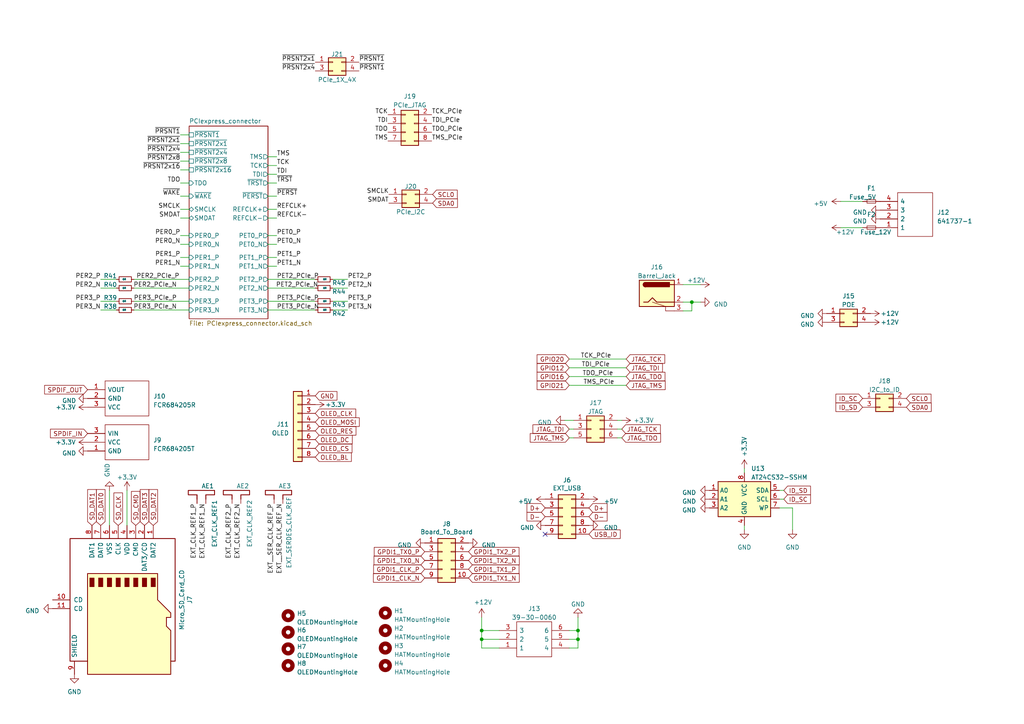
<source format=kicad_sch>
(kicad_sch (version 20221004) (generator eeschema)
  (paper "A4")
  (title_block (title "PCIexpress_x4_half") (company "Author: Luca Anastasio"))
  (junction (at -63.5 105.41))
  (junction (at 229.362 -63.5))
  (junction (at 229.362 -34.29))
  (junction (at -86.868 -94.488))
  (junction (at 229.362 -41.91))
  (junction (at -92.456 -102.108))
  (junction (at -163.83 -131.572))
  (junction (at 229.362 -49.53))
  (junction (at -180.34 -131.572))
  (junction (at 229.362 -73.66))
  (junction (at 229.362 -39.37))
  (junction (at 229.362 -78.74))
  (junction (at 330.2 54.61))
  (junction (at 139.7 185.42))
  (junction (at -66.04 -20.828))
  (junction (at -62.23 105.41))
  (junction (at -48.26 -51.308))
  (junction (at -89.408 -97.028))
  (junction (at 200.66 87.63))
  (junction (at -93.726 -43.688))
  (junction (at -6.35 175.514))
  (junction (at 355.6 54.61))
  (junction (at -67.31 -79.248))
  (junction (at -89.408 -117.094))
  (junction (at -41.91 -124.968))
  (junction (at -11.684 175.514))
  (junction (at 139.7 182.88))
  (junction (at -43.18 -65.278))
  (junction (at -175.26 -131.572))
  (junction (at 365.76 54.61))
  (junction (at 167.64 182.88))
  (junction (at 229.362 -46.99))
  (junction (at 229.362 -36.83))
  (junction (at 229.362 -66.04))
  (junction (at 229.362 -68.58))
  (junction (at -34.544 -30.988))
  (junction (at 229.362 -71.12))
  (junction (at -9.144 175.514))
  (junction (at 229.362 -76.2))
  (junction (at 229.362 -44.45))
  (junction (at 167.64 185.42))
  (junction (at -160.02 -131.572))
  (junction (at -60.96 105.41))
  (no_connect (at 158.115 154.94))
  (wire (pts (xy -184.15 -131.572) (xy -180.34 -131.572)))
  (wire (pts (xy -163.83 -131.572) (xy -160.02 -131.572)))
  (wire (pts (xy 330.2 58.42) (xy 330.2 54.61)))
  (wire (pts (xy 102.87 -18.542) (xy 102.87 -15.494)))
  (wire (pts (xy 229.362 -76.2) (xy 229.362 -73.66)))
  (wire (pts (xy 198.12 87.63) (xy 200.66 87.63)))
  (wire (pts (xy -175.26 -135.382) (xy -175.26 -131.572)))
  (wire (pts (xy -63.5 -61.468) (xy -63.5 -58.928)))
  (wire (pts (xy 355.6 54.61) (xy 365.76 54.61)))
  (wire (pts (xy -52.07 -89.408) (xy -36.576 -89.408)))
  (wire (pts (xy 99.314 -60.96) (xy 99.314 -59.182)))
  (wire (pts (xy 200.66 87.63) (xy 203.2 87.63)))
  (wire (pts (xy 229.87 147.32) (xy 229.87 153.67)))
  (wire (pts (xy 52.324 53.086) (xy 54.864 53.086)))
  (wire (pts (xy -180.34 -123.952) (xy -180.34 -120.142)))
  (wire (pts (xy -92.456 -117.094) (xy -89.408 -117.094)))
  (wire (pts (xy 38.862 83.566) (xy 54.864 83.566)))
  (wire (pts (xy 226.06 -73.66) (xy 229.362 -73.66)))
  (wire (pts (xy 179.07 124.46) (xy 180.34 124.46)))
  (wire (pts (xy 329.692 -48.26) (xy 330.962 -48.26)))
  (wire (pts (xy 346.71 -5.08) (xy 346.71 -3.81)))
  (wire (pts (xy -66.04 113.03) (xy -66.04 105.41)))
  (wire (pts (xy 59.182 -29.464) (xy 61.214 -29.464)))
  (wire (pts (xy 243.84 58.42) (xy 250.19 58.42)))
  (wire (pts (xy 59.182 -52.324) (xy 61.214 -52.324)))
  (wire (pts (xy 77.724 83.566) (xy 91.44 83.566)))
  (wire (pts (xy 80.01 -60.96) (xy 80.01 -59.182)))
  (wire (pts (xy 87.503 -18.542) (xy 87.503 -16.002)))
  (wire (pts (xy 346.202 -48.26) (xy 347.472 -48.26)))
  (wire (pts (xy 139.7 187.96) (xy 139.7 185.42)))
  (wire (pts (xy 52.324 49.276) (xy 54.864 49.276)))
  (wire (pts (xy 77.724 77.216) (xy 80.264 77.216)))
  (wire (pts (xy -60.96 118.11) (xy -60.96 123.19)))
  (wire (pts (xy -86.868 -117.094) (xy -89.408 -117.094)))
  (wire (pts (xy 29.21 89.916) (xy 33.782 89.916)))
  (wire (pts (xy -58.42 118.11) (xy -58.42 123.19)))
  (wire (pts (xy -66.04 -23.368) (xy -66.04 -20.828)))
  (wire (pts (xy 226.06 -76.2) (xy 229.362 -76.2)))
  (wire (pts (xy 87.122 -60.96) (xy 87.122 -59.182)))
  (wire (pts (xy 38.862 87.376) (xy 54.864 87.376)))
  (wire (pts (xy -163.83 -129.032) (xy -163.83 -131.572)))
  (wire (pts (xy -34.544 -55.118) (xy -34.544 -30.988)))
  (wire (pts (xy -36.576 -89.408) (xy -36.576 -114.808)))
  (wire (pts (xy 229.362 -68.58) (xy 229.362 -66.04)))
  (wire (pts (xy 370.84 1.27) (xy 370.84 2.54)))
  (wire (pts (xy -160.02 -131.572) (xy -160.02 -129.032)))
  (wire (pts (xy 229.362 -49.53) (xy 229.362 -46.99)))
  (wire (pts (xy -6.35 175.514) (xy -3.81 175.514)))
  (wire (pts (xy 144.78 185.42) (xy 139.7 185.42)))
  (wire (pts (xy 89.154 -60.96) (xy 89.154 -59.182)))
  (wire (pts (xy 77.724 56.896) (xy 80.264 56.896)))
  (wire (pts (xy 358.14 -5.08) (xy 358.14 -3.81)))
  (wire (pts (xy -48.26 -51.308) (xy -48.26 -55.118)))
  (wire (pts (xy -163.83 -123.952) (xy -163.83 -120.142)))
  (wire (pts (xy -11.684 158.242) (xy -11.684 163.322)))
  (wire (pts (xy 226.06 -36.83) (xy 229.362 -36.83)))
  (wire (pts (xy -64.77 -81.788) (xy -64.77 -79.248)))
  (wire (pts (xy 114.046 -62.23) (xy 114.046 -59.182)))
  (wire (pts (xy 215.9 152.4) (xy 215.9 153.67)))
  (wire (pts (xy 58.928 -21.336) (xy 61.214 -21.336)))
  (wire (pts (xy 127.254 -52.578) (xy 129.54 -52.578)))
  (wire (pts (xy 29.21 83.566) (xy 33.782 83.566)))
  (wire (pts (xy -175.26 -131.572) (xy -180.34 -131.572)))
  (wire (pts (xy -48.26 -65.278) (xy -43.18 -65.278)))
  (wire (pts (xy 355.6 63.5) (xy 355.6 66.04)))
  (wire (pts (xy 77.724 50.546) (xy 80.264 50.546)))
  (wire (pts (xy -58.42 105.41) (xy -60.96 105.41)))
  (wire (pts (xy 335.28 1.27) (xy 335.28 2.54)))
  (wire (pts (xy -89.408 -107.188) (xy -89.408 -97.028)))
  (wire (pts (xy 36.83 142.24) (xy 36.83 152.4)))
  (wire (pts (xy -67.31 -81.788) (xy -67.31 -79.248)))
  (wire (pts (xy 47.244 -23.368) (xy 61.214 -23.368)))
  (wire (pts (xy 77.724 53.086) (xy 80.264 53.086)))
  (wire (pts (xy 358.14 1.27) (xy 358.14 2.54)))
  (wire (pts (xy 330.2 54.61) (xy 336.55 54.61)))
  (wire (pts (xy -46.99 -124.968) (xy -41.91 -124.968)))
  (wire (pts (xy 97.79 -18.542) (xy 97.79 -15.494)))
  (wire (pts (xy 229.362 -71.12) (xy 229.362 -68.58)))
  (wire (pts (xy -6.35 168.402) (xy -6.35 175.514)))
  (wire (pts (xy -34.544 -65.278) (xy -34.544 -60.198)))
  (wire (pts (xy -94.742 -94.488) (xy -86.868 -94.488)))
  (wire (pts (xy 59.182 -50.292) (xy 61.214 -50.292)))
  (wire (pts (xy 127.254 -45.72) (xy 129.54 -45.72)))
  (wire (pts (xy -68.58 -20.828) (xy -66.04 -20.828)))
  (wire (pts (xy 29.21 87.376) (xy 33.782 87.376)))
  (wire (pts (xy -48.26 -51.308) (xy -45.72 -51.308)))
  (wire (pts (xy -144.526 -73.406) (xy -144.526 -66.548)))
  (wire (pts (xy -175.26 -123.952) (xy -175.26 -120.142)))
  (wire (pts (xy -94.742 -97.028) (xy -89.408 -97.028)))
  (wire (pts (xy -96.266 -43.688) (xy -93.726 -43.688)))
  (wire (pts (xy 229.362 -52.07) (xy 229.362 -49.53)))
  (wire (pts (xy 59.182 -33.528) (xy 61.214 -33.528)))
  (wire (pts (xy -66.04 118.11) (xy -66.04 123.19)))
  (wire (pts (xy 261.366 -48.26) (xy 265.176 -48.26)))
  (wire (pts (xy 330.2 50.8) (xy 330.2 54.61)))
  (wire (pts (xy 29.21 81.026) (xy 33.782 81.026)))
  (wire (pts (xy -14.224 168.148) (xy -14.224 175.514)))
  (wire (pts (xy -34.544 -30.988) (xy -33.02 -30.988)))
  (wire (pts (xy 31.75 142.24) (xy 31.75 152.4)))
  (wire (pts (xy 167.64 185.42) (xy 167.64 187.96)))
  (wire (pts (xy 167.64 182.88) (xy 167.64 185.42)))
  (wire (pts (xy -14.224 158.242) (xy -14.224 163.068)))
  (wire (pts (xy -69.85 -79.248) (xy -67.31 -79.248)))
  (wire (pts (xy 346.71 1.27) (xy 346.71 2.54)))
  (wire (pts (xy 243.84 66.04) (xy 250.19 66.04)))
  (wire (pts (xy 91.186 -60.96) (xy 91.186 -59.182)))
  (wire (pts (xy 82.55 -60.96) (xy 82.55 -59.182)))
  (wire (pts (xy 77.724 60.706) (xy 80.264 60.706)))
  (wire (pts (xy 226.06 -39.37) (xy 229.362 -39.37)))
  (wire (pts (xy 226.06 -34.29) (xy 229.362 -34.29)))
  (wire (pts (xy -66.04 -20.828) (xy -63.5 -20.828)))
  (wire (pts (xy 52.324 68.326) (xy 54.864 68.326)))
  (wire (pts (xy -9.144 175.514) (xy -6.35 175.514)))
  (wire (pts (xy 163.83 121.92) (xy 166.37 121.92)))
  (wire (pts (xy 365.76 50.8) (xy 365.76 54.61)))
  (wire (pts (xy -58.42 113.03) (xy -58.42 105.41)))
  (wire (pts (xy -86.868 -94.488) (xy -77.47 -94.488)))
  (wire (pts (xy 103.378 -60.96) (xy 103.378 -59.182)))
  (wire (pts (xy -63.5 105.41) (xy -63.5 113.03)))
  (wire (pts (xy 139.7 185.42) (xy 139.7 182.88)))
  (wire (pts (xy -92.456 -107.188) (xy -92.456 -102.108)))
  (wire (pts (xy 322.072 -40.64) (xy 322.072 -39.116)))
  (wire (pts (xy -69.85 63.5) (xy -60.96 63.5)))
  (wire (pts (xy 335.28 -5.08) (xy 335.28 -3.81)))
  (wire (pts (xy 165.1 106.68) (xy 181.61 106.68)))
  (wire (pts (xy 289.56 -40.64) (xy 289.56 -39.116)))
  (wire (pts (xy -9.144 158.242) (xy -9.144 163.322)))
  (wire (pts (xy 77.724 81.026) (xy 91.44 81.026)))
  (wire (pts (xy 52.324 70.866) (xy 54.864 70.866)))
  (wire (pts (xy 52.324 44.196) (xy 54.864 44.196)))
  (wire (pts (xy 370.84 -12.7) (xy 370.84 -10.16)))
  (wire (pts (xy 229.362 -78.74) (xy 229.362 -76.2)))
  (wire (pts (xy 139.7 179.07) (xy 139.7 182.88)))
  (wire (pts (xy -11.684 168.402) (xy -11.684 175.514)))
  (wire (pts (xy -66.04 105.41) (xy -63.5 105.41)))
  (wire (pts (xy -34.544 -65.278) (xy -43.18 -65.278)))
  (wire (pts (xy -163.83 -135.382) (xy -163.83 -131.572)))
  (wire (pts (xy -97.79 -36.068) (xy -76.2 -36.068)))
  (wire (pts (xy 165.1 109.22) (xy 181.61 109.22)))
  (wire (pts (xy 52.324 41.656) (xy 54.864 41.656)))
  (wire (pts (xy -63.5 118.11) (xy -63.5 123.19)))
  (wire (pts (xy -3.81 158.496) (xy -3.81 163.068)))
  (wire (pts (xy -64.77 -119.888) (xy -64.77 -117.348)))
  (wire (pts (xy 226.06 -46.99) (xy 229.362 -46.99)))
  (wire (pts (xy -80.01 -33.528) (xy -76.2 -33.528)))
  (wire (pts (xy -80.01 -23.368) (xy -80.01 -19.558)))
  (wire (pts (xy 84.836 -60.96) (xy 84.836 -59.182)))
  (wire (pts (xy -77.47 -91.948) (xy -81.28 -91.948)))
  (wire (pts (xy 127.254 -43.942) (xy 129.794 -43.942)))
  (wire (pts (xy -132.08 -73.406) (xy -132.08 -66.548)))
  (wire (pts (xy 338.582 -39.116) (xy 338.582 -40.64)))
  (wire (pts (xy 77.724 70.866) (xy 80.264 70.866)))
  (wire (pts (xy 226.06 -52.07) (xy 229.362 -52.07)))
  (wire (pts (xy -36.576 -124.968) (xy -36.576 -119.888)))
  (wire (pts (xy 200.66 90.17) (xy 200.66 87.63)))
  (wire (pts (xy 167.64 187.96) (xy 165.1 187.96)))
  (wire (pts (xy -92.456 -102.108) (xy -77.47 -102.108)))
  (wire (pts (xy 226.06 -68.58) (xy 229.362 -68.58)))
  (wire (pts (xy -69.85 -81.788) (xy -69.85 -79.248)))
  (wire (pts (xy 127.254 -26.67) (xy 129.794 -26.67)))
  (wire (pts (xy 165.1 127) (xy 166.37 127)))
  (wire (pts (xy -11.684 175.514) (xy -9.144 175.514)))
  (wire (pts (xy 127.254 -36.322) (xy 129.794 -36.322)))
  (wire (pts (xy 77.724 45.466) (xy 80.264 45.466)))
  (wire (pts (xy -160.02 -131.572) (xy -154.94 -131.572)))
  (wire (pts (xy 280.416 -48.26) (xy 281.94 -48.26)))
  (wire (pts (xy 49.53 -54.61) (xy 61.214 -54.61)))
  (wire (pts (xy 127.254 -32.004) (xy 129.794 -32.004)))
  (wire (pts (xy 59.182 -35.814) (xy 61.214 -35.814)))
  (wire (pts (xy -129.032 -73.66) (xy -129.032 -66.548)))
  (wire (pts (xy 355.092 -40.64) (xy 355.092 -39.116)))
  (wire (pts (xy 52.324 60.706) (xy 54.864 60.706)))
  (wire (pts (xy -69.85 43.18) (xy -60.96 43.18)))
  (wire (pts (xy -81.28 -81.788) (xy -81.28 -77.978)))
  (wire (pts (xy -141.478 -73.66) (xy -141.478 -66.548)))
  (wire (pts (xy -89.408 -97.028) (xy -77.47 -97.028)))
  (wire (pts (xy 346.71 -12.7) (xy 346.71 -10.16)))
  (wire (pts (xy -180.34 -131.572) (xy -180.34 -129.032)))
  (wire (pts (xy 226.06 -66.04) (xy 229.362 -66.04)))
  (wire (pts (xy 105.41 -18.542) (xy 105.41 -15.494)))
  (wire (pts (xy 229.362 -44.45) (xy 229.362 -41.91)))
  (wire (pts (xy 226.06 -63.5) (xy 229.362 -63.5)))
  (wire (pts (xy 313.436 -48.26) (xy 314.452 -48.26)))
  (wire (pts (xy 96.52 89.916) (xy 100.838 89.916)))
  (wire (pts (xy -68.58 -23.368) (xy -68.58 -20.828)))
  (wire (pts (xy -193.04 -131.572) (xy -189.23 -131.572)))
  (wire (pts (xy 365.76 54.61) (xy 365.76 58.42)))
  (wire (pts (xy 59.436 -48.514) (xy 61.214 -48.514)))
  (wire (pts (xy 226.06 -81.28) (xy 229.362 -81.28)))
  (wire (pts (xy 226.06 144.78) (xy 227.33 144.78)))
  (wire (pts (xy 77.724 63.246) (xy 80.264 63.246)))
  (wire (pts (xy 127.254 -30.226) (xy 129.794 -30.226)))
  (wire (pts (xy 351.79 54.61) (xy 355.6 54.61)))
  (wire (pts (xy 215.9 135.89) (xy 215.9 137.16)))
  (wire (pts (xy 52.324 63.246) (xy 54.864 63.246)))
  (wire (pts (xy -86.868 -112.268) (xy -86.868 -117.094)))
  (wire (pts (xy -60.96 105.41) (xy -60.96 113.03)))
  (wire (pts (xy 165.1 124.46) (xy 166.37 124.46)))
  (wire (pts (xy 127.254 -42.164) (xy 129.794 -42.164)))
  (wire (pts (xy 167.64 179.07) (xy 167.64 182.88)))
  (wire (pts (xy 355.6 54.61) (xy 355.6 58.42)))
  (wire (pts (xy 59.182 -31.496) (xy 61.214 -31.496)))
  (wire (pts (xy 100.33 -18.542) (xy 100.33 -15.494)))
  (wire (pts (xy -6.35 158.496) (xy -6.35 163.322)))
  (wire (pts (xy 165.1 111.76) (xy 181.61 111.76)))
  (wire (pts (xy -66.04 -61.468) (xy -66.04 -58.928)))
  (wire (pts (xy -46.99 -114.808) (xy -46.99 -109.728)))
  (wire (pts (xy 365.76 63.5) (xy 365.76 67.31)))
  (wire (pts (xy -64.77 -79.248) (xy -67.31 -79.248)))
  (wire (pts (xy 58.928 -40.132) (xy 61.214 -40.132)))
  (wire (pts (xy -147.066 -73.406) (xy -147.066 -66.548)))
  (wire (pts (xy 370.84 -5.08) (xy 370.84 -3.81)))
  (wire (pts (xy -3.81 175.514) (xy -3.81 168.148)))
  (wire (pts (xy 127.254 -38.1) (xy 129.794 -38.1)))
  (wire (pts (xy -63.5 -20.828) (xy -63.5 -23.368)))
  (wire (pts (xy 52.324 77.216) (xy 54.864 77.216)))
  (wire (pts (xy 95.25 -60.96) (xy 95.25 -59.182)))
  (wire (pts (xy 77.724 87.376) (xy 91.44 87.376)))
  (wire (pts (xy 38.862 81.026) (xy 54.864 81.026)))
  (wire (pts (xy 365.76 43.18) (xy 365.76 48.26)))
  (wire (pts (xy 226.06 142.24) (xy 227.33 142.24)))
  (wire (pts (xy 96.52 83.566) (xy 100.838 83.566)))
  (wire (pts (xy -97.79 -38.608) (xy -76.2 -38.608)))
  (wire (pts (xy 165.1 104.14) (xy 181.61 104.14)))
  (wire (pts (xy 229.362 -36.83) (xy 229.362 -34.29)))
  (wire (pts (xy 127.254 -54.61) (xy 129.54 -54.61)))
  (wire (pts (xy -62.23 102.87) (xy -62.23 105.41)))
  (wire (pts (xy -14.224 175.514) (xy -11.684 175.514)))
  (wire (pts (xy -93.726 -59.436) (xy -93.726 -54.61)))
  (wire (pts (xy 52.324 56.896) (xy 54.864 56.896)))
  (wire (pts (xy -134.62 -73.406) (xy -134.62 -66.548)))
  (wire (pts (xy 305.816 -40.64) (xy 305.816 -39.116)))
  (wire (pts (xy -9.144 168.402) (xy -9.144 175.514)))
  (wire (pts (xy 226.06 147.32) (xy 229.87 147.32)))
  (wire (pts (xy 127.254 -47.498) (xy 129.54 -47.498)))
  (wire (pts (xy 226.06 -44.45) (xy 229.362 -44.45)))
  (wire (pts (xy -34.544 -30.988) (xy -50.8 -30.988)))
  (wire (pts (xy 226.06 -78.74) (xy 229.362 -78.74)))
  (wire (pts (xy -46.99 -119.888) (xy -46.99 -124.968)))
  (wire (pts (xy 198.12 82.55) (xy 203.2 82.55)))
  (wire (pts (xy 77.724 74.676) (xy 80.264 74.676)))
  (wire (pts (xy -93.726 -49.53) (xy -93.726 -43.688)))
  (wire (pts (xy 110.49 -18.542) (xy 110.49 -15.24)))
  (wire (pts (xy 93.218 -60.96) (xy 93.218 -59.182)))
  (wire (pts (xy -66.04 -20.828) (xy -66.04 -18.288)))
  (wire (pts (xy -92.456 -117.094) (xy -92.456 -112.268)))
  (wire (pts (xy 198.12 90.17) (xy 200.66 90.17)))
  (wire (pts (xy 58.928 -38.1) (xy 61.214 -38.1)))
  (wire (pts (xy 165.1 182.88) (xy 167.64 182.88)))
  (wire (pts (xy -175.26 -129.032) (xy -175.26 -131.572)))
  (wire (pts (xy 179.07 121.92) (xy 180.34 121.92)))
  (wire (pts (xy -67.31 -119.888) (xy -67.31 -117.348)))
  (wire (pts (xy -160.02 -123.952) (xy -160.02 -120.142)))
  (wire (pts (xy -94.742 -102.108) (xy -92.456 -102.108)))
  (wire (pts (xy 344.17 62.23) (xy 344.17 66.04)))
  (wire (pts (xy 127.254 -28.448) (xy 129.794 -28.448)))
  (wire (pts (xy 229.362 -46.99) (xy 229.362 -44.45)))
  (wire (pts (xy 330.2 63.5) (xy 330.2 66.04)))
  (wire (pts (xy 107.95 -18.542) (xy 107.95 -15.494)))
  (wire (pts (xy 52.324 74.676) (xy 54.864 74.676)))
  (wire (pts (xy 59.436 -46.736) (xy 61.214 -46.736)))
  (wire (pts (xy -46.99 -109.728) (xy -52.07 -109.728)))
  (wire (pts (xy 358.14 -12.7) (xy 358.14 -10.16)))
  (wire (pts (xy 229.362 -66.04) (xy 229.362 -63.5)))
  (wire (pts (xy 96.52 87.376) (xy 100.838 87.376)))
  (wire (pts (xy 105.664 -60.96) (xy 105.664 -59.182)))
  (wire (pts (xy -48.26 -60.198) (xy -48.26 -65.278)))
  (wire (pts (xy 59.182 -27.432) (xy 61.214 -27.432)))
  (wire (pts (xy -50.8 -51.308) (xy -48.26 -51.308)))
  (wire (pts (xy -41.91 -126.238) (xy -41.91 -124.968)))
  (wire (pts (xy 90.043 -18.542) (xy 90.043 -16.002)))
  (wire (pts (xy 96.52 81.026) (xy 100.838 81.026)))
  (wire (pts (xy -80.01 -28.448) (xy -80.01 -33.528)))
  (wire (pts (xy -63.5 105.41) (xy -62.23 105.41)))
  (wire (pts (xy 226.06 -41.91) (xy 229.362 -41.91)))
  (wire (pts (xy 38.862 89.916) (xy 54.864 89.916)))
  (wire (pts (xy 335.28 -12.7) (xy 335.28 -10.16)))
  (wire (pts (xy 77.724 68.326) (xy 80.264 68.326)))
  (wire (pts (xy 229.362 -41.91) (xy 229.362 -39.37)))
  (wire (pts (xy 59.182 -57.15) (xy 61.214 -57.15)))
  (wire (pts (xy -43.18 -66.548) (xy -43.18 -65.278)))
  (wire (pts (xy 297.18 -48.26) (xy 298.196 -48.26)))
  (wire (pts (xy -126.492 -66.548) (xy -126.492 -73.66)))
  (wire (pts (xy 52.324 39.116) (xy 54.864 39.116)))
  (wire (pts (xy 97.282 -60.96) (xy 97.282 -59.182)))
  (wire (pts (xy 229.362 -63.5) (xy 229.362 -59.69)))
  (wire (pts (xy 52.324 46.736) (xy 54.864 46.736)))
  (wire (pts (xy 77.724 89.916) (xy 91.44 89.916)))
  (wire (pts (xy -89.408 -117.094) (xy -89.408 -112.268)))
  (wire (pts (xy -93.726 -43.688) (xy -76.2 -43.688)))
  (wire (pts (xy 229.362 -81.28) (xy 229.362 -78.74)))
  (wire (pts (xy 226.06 -71.12) (xy 229.362 -71.12)))
  (wire (pts (xy -81.28 -91.948) (xy -81.28 -86.868)))
  (wire (pts (xy -149.86 -131.572) (xy -146.05 -131.572)))
  (wire (pts (xy 139.7 182.88) (xy 144.78 182.88)))
  (wire (pts (xy 47.244 -25.4) (xy 61.214 -25.4)))
  (wire (pts (xy 101.346 -60.96) (xy 101.346 -59.182)))
  (wire (pts (xy 229.362 -34.29) (xy 229.362 -30.226)))
  (wire (pts (xy 144.78 187.96) (xy 139.7 187.96)))
  (wire (pts (xy -138.938 -73.66) (xy -138.938 -66.548)))
  (wire (pts (xy -36.576 -124.968) (xy -41.91 -124.968)))
  (wire (pts (xy 272.796 -40.64) (xy 272.796 -39.116)))
  (wire (pts (xy 165.1 185.42) (xy 167.64 185.42)))
  (wire (pts (xy -62.23 105.41) (xy -60.96 105.41)))
  (wire (pts (xy 179.07 127) (xy 180.34 127)))
  (wire (pts (xy -86.868 -107.188) (xy -86.868 -94.488)))
  (wire (pts (xy 229.362 -39.37) (xy 229.362 -36.83)))
  (wire (pts (xy 77.724 48.006) (xy 80.264 48.006)))
  (wire (pts (xy 77.978 -60.96) (xy 77.978 -59.182)))
  (wire (pts (xy 111.506 -62.23) (xy 111.506 -59.182)))
  (wire (pts (xy 252.476 -48.26) (xy 256.286 -48.26)))
  (wire (pts (xy 84.963 -18.542) (xy 84.963 -16.002)))
  (wire (pts (xy 229.362 -73.66) (xy 229.362 -71.12)))
  (wire (pts (xy 226.06 -49.53) (xy 229.362 -49.53)))
  (label "SMDAT" (at 112.776 58.928 180))
  (label "PER1_P" (at 103.378 -60.96 90))
  (label "PET3_P" (at 59.182 -31.496 180))
  (label "REFCLK-" (at 80.264 63.246 0))
  (label "D-" (at 87.503 -16.002 270))
  (label "CAM1_D1_P" (at 129.794 -28.448 0))
  (label "EXT_CLK_REF2_P" (at 67.31 146.05 270))
  (label "PER2_P" (at 29.21 81.026 180))
  (label "~{PRSNT2x16}" (at 52.324 49.276 180))
  (label "PER3_P" (at 29.21 87.376 180))
  (label "~{PRSNT2x8}" (at 52.324 46.736 180))
  (label "PER1_N" (at 52.324 77.216 180))
  (label "PER0_P" (at 87.122 -60.96 90))
  (label "TMS" (at 80.264 45.466 0))
  (label "EXT_CLK_REF2_P" (at 129.794 -38.1 0))
  (label "TCK" (at 80.264 48.006 0))
  (label "CAM1_D0_P" (at 129.794 -32.004 0))
  (label "TDI_PCIe" (at 168.656 106.68 0))
  (label "CAM0_D0_N" (at 129.54 -45.72 0))
  (label "CAM1_D1_N" (at 210.82 -78.74 180))
  (label "~{PERST}" (at 80.264 56.896 0))
  (label "PER3_N" (at 59.182 -33.528 180))
  (label "EXT__SER_CLK_REF_N" (at 58.928 -38.1 180))
  (label "PER3_N" (at 29.21 89.916 180))
  (label "CAM1_D1_P" (at 210.82 -81.28 180))
  (label "CAM1_D1_N" (at 129.794 -26.67 0))
  (label "~{PERST}" (at 114.046 -62.23 90))
  (label "PET2_N" (at 100.838 83.566 0))
  (label "PET2_P" (at 100.838 81.026 0))
  (label "PER2_N" (at 29.21 83.566 180))
  (label "~{WAKE}" (at 52.324 56.896 180))
  (label "PET0_N" (at 84.836 -60.96 90))
  (label "D+" (at 84.963 -16.002 270))
  (label "SMDAT" (at 52.324 63.246 180))
  (label "TX_FAULT_1" (at -33.02 -30.988 0))
  (label "TDI_PCIe" (at 125.222 35.814 0))
  (label "~{PRSNT1}" (at 104.14 18.034 0))
  (label "PET3_P" (at -129.032 -66.548 270))
  (label "~{PRSNT2x4}" (at 91.44 20.574 180))
  (label "CAM0_D1_P" (at 129.794 -43.942 0))
  (label "PER1_P" (at 52.324 74.676 180))
  (label "~{PRSNT2x1}" (at 91.44 18.034 180))
  (label "PER3_P" (at -134.62 -66.548 270))
  (label "PET1_N" (at 80.264 77.216 0))
  (label "PER1_N" (at 105.664 -60.96 90))
  (label "RGB_DATA" (at 58.928 -21.336 180))
  (label "TX_FAULT_0" (at -36.576 -89.408 0))
  (label "REFCLK+" (at 77.978 -60.96 90))
  (label "PET0_P" (at 80.264 68.326 0))
  (label "~{TRST}" (at 80.264 53.086 0))
  (label "TMS" (at 112.522 40.894 180))
  (label "CAM0_D1_N" (at 210.82 -71.12 180))
  (label "EXT_CLK_REF1_N" (at 59.69 146.05 270))
  (label "~{PRSNT2x4}" (at 52.324 44.196 180))
  (label "TCK_PCIe" (at 168.402 104.14 0))
  (label "RGB_DATA" (at 252.476 -48.26 180))
  (label "CAM1_D0_N" (at 210.82 -44.45 180))
  (label "PET2_N" (at 97.282 -60.96 90))
  (label "CAM0_D1_P" (at 210.82 -68.58 180))
  (label "EXT_CLK_REF2_N" (at 69.85 146.05 270))
  (label "SMCLK" (at 112.776 56.388 180))
  (label "PET0_N" (at 80.264 70.866 0))
  (label "PET1_N" (at 101.346 -60.96 90))
  (label "CAM1_D0_N" (at 129.794 -30.226 0))
  (label "~{WAKE}" (at 111.506 -62.23 90))
  (label "RX_LOS_0" (at 134.366 -5.842 0))
  (label "PER2_PCIe_P" (at 52.07 81.026 180))
  (label "PET1_P" (at 99.314 -60.96 90))
  (label "TCK_PCIe" (at 125.222 33.274 0))
  (label "TX_FAULT_1" (at 59.182 -50.292 180))
  (label "CAM0_D0_P" (at 210.82 -49.53 180))
  (label "PER3_PCIe_N" (at 51.308 89.916 180))
  (label "PET3_PCIe_N" (at 80.264 89.916 0))
  (label "PET3_N" (at 100.838 89.916 0))
  (label "CAM0_D0_P" (at 129.54 -47.498 0))
  (label "PER0_P" (at 52.324 68.326 180))
  (label "EXT_CLK_REF1_P" (at 129.54 -54.61 0))
  (label "PER0_N" (at 52.324 70.866 180))
  (label "TMS_PCIe" (at 125.222 40.894 0))
  (label "PET0_P" (at 82.55 -60.96 90))
  (label "USB_ID" (at 90.043 -16.002 270))
  (label "PER3_N" (at -132.08 -66.548 270))
  (label "PER3_P" (at 59.182 -35.814 180))
  (label "PET3_N" (at 59.182 -29.464 180))
  (label "SMCLK" (at 52.324 60.706 180))
  (label "PET3_N" (at -126.492 -66.548 270))
  (label "PER2_PCIe_N" (at 51.308 83.566 180))
  (label "PER0_N" (at 89.154 -60.96 90))
  (label "TCK" (at 112.522 33.274 180))
  (label "EXT_CLK_REF2_N" (at 129.794 -36.322 0))
  (label "RX_LOS_1" (at 59.182 -52.324 180))
  (label "TMS_PCIe" (at 169.164 111.76 0))
  (label "PET1_P" (at 80.264 74.676 0))
  (label "TDO" (at 112.522 38.354 180))
  (label "PET2_PCIe_N" (at 80.01 83.566 0))
  (label "CAM0_D1_N" (at 129.794 -42.164 0))
  (label "TX_FAULT_0" (at 134.366 -3.048 0))
  (label "TDO_PCIe" (at 168.91 109.22 0))
  (label "PER3_PCIe_P" (at 51.308 87.376 180))
  (label "PET2_PCIe_P" (at 80.264 81.026 0))
  (label "PER2_N" (at 93.218 -60.96 90))
  (label "EXT__SER_CLK_REF_P" (at 79.502 146.05 270))
  (label "PER2_N" (at -141.478 -66.548 270))
  (label "PER2_P" (at -138.938 -66.548 270))
  (label "PET3_P" (at 100.838 87.376 0))
  (label "EXT__SER_CLK_REF_P" (at 58.928 -40.132 180))
  (label "REFCLK+" (at 80.264 60.706 0))
  (label "TDI" (at 80.264 50.546 0))
  (label "REFCLK-" (at 80.01 -60.96 90))
  (label "TDO_PCIe" (at 125.222 38.354 0))
  (label "~{PRSNT1}" (at 104.14 20.574 0))
  (label "EXT_CLK_REF1_N" (at 129.54 -52.578 0))
  (label "RX_LOS_1" (at -45.72 -51.308 0))
  (label "EXT__SER_CLK_REF_N" (at 82.042 146.05 270))
  (label "TDI" (at 112.522 35.814 180))
  (label "EXT_CLK_REF1_P" (at 57.15 146.05 270))
  (label "~{PRSNT2x1}" (at 52.324 41.656 180))
  (label "PET2_P" (at 95.25 -60.96 90))
  (label "CAM0_D0_N" (at 210.82 -52.07 180))
  (label "PET3_PCIe_P" (at 80.264 87.376 0))
  (label "TDO" (at 52.324 53.086 180))
  (label "CAM1_D0_P" (at 210.82 -46.99 180))
  (label "~{PRSNT1}" (at 52.324 39.116 180))
  (label "PET2_N" (at -147.066 -66.548 270))
  (label "RX_LOS_0" (at -46.99 -109.728 0))
  (label "PER2_P" (at 91.186 -60.96 90))
  (label "PET2_P" (at -144.526 -66.548 270))
  (global_label "GPIO13" (shape input) (at -60.96 83.82 180) (property "Intersheetrefs" "${INTERSHEET_REFS}" (effects hide)))
  (global_label "GPDI1_TX1_N" (shape input) (at 135.89 167.64 0) (property "Intersheetrefs" "${INTERSHEET_REFS}" (effects hide)))
  (global_label "GPIO17" (shape input) (at -60.96 55.88 180) (property "Intersheetrefs" "${INTERSHEET_REFS}" (effects hide)))
  (global_label "SFP0_TX_N" (shape input) (at 1.016 -98.806 90) (property "Intersheetrefs" "${INTERSHEET_REFS}" (effects hide)))
  (global_label "GPIO3" (shape input) (at -60.96 48.26 180) (property "Intersheetrefs" "${INTERSHEET_REFS}" (effects hide)))
  (global_label "SDA0" (shape input) (at -76.2 -48.768 180) (property "Intersheetrefs" "${INTERSHEET_REFS}" (effects hide)))
  (global_label "GPIO9" (shape input) (at -60.96 68.58 180) (property "Intersheetrefs" "${INTERSHEET_REFS}" (effects hide)))
  (global_label "GPIO14" (shape input) (at -48.26 50.8 0) (property "Intersheetrefs" "${INTERSHEET_REFS}" (effects hide)))
  (global_label "SFP0_TX_P" (shape input) (at -1.524 -98.806 90) (property "Intersheetrefs" "${INTERSHEET_REFS}" (effects hide)))
  (global_label "SCL0" (shape input) (at -77.47 -104.648 180) (property "Intersheetrefs" "${INTERSHEET_REFS}" (effects hide)))
  (global_label "GPIO12" (shape input) (at 165.1 106.68 180) (property "Intersheetrefs" "${INTERSHEET_REFS}" (effects hide)))
  (global_label "ID_SC" (shape input) (at 250.19 115.57 180) (property "Intersheetrefs" "${INTERSHEET_REFS}" (effects hide)))
  (global_label "SD_CLK" (shape input) (at 34.29 152.4 90) (property "Intersheetrefs" "${INTERSHEET_REFS}" (effects hide)))
  (global_label "SFP1_TX_P" (shape input) (at -50.8 -38.608 0) (property "Intersheetrefs" "${INTERSHEET_REFS}" (effects hide)))
  (global_label "SFP1_TX_N" (shape input) (at 1.016 -64.77 90) (property "Intersheetrefs" "${INTERSHEET_REFS}" (effects hide)))
  (global_label "VCCR" (shape input) (at -64.77 -119.888 90) (property "Intersheetrefs" "${INTERSHEET_REFS}" (effects hide)))
  (global_label "GPIO23" (shape input) (at -48.26 60.96 0) (property "Intersheetrefs" "${INTERSHEET_REFS}" (effects hide)))
  (global_label "OLED_DC" (shape input) (at 91.44 127.508 0) (property "Intersheetrefs" "${INTERSHEET_REFS}" (effects hide)))
  (global_label "SDA0" (shape input) (at -60.96 76.2 180) (property "Intersheetrefs" "${INTERSHEET_REFS}" (effects hide)))
  (global_label "SD_DAT0" (shape input) (at -3.81 158.496 90) (property "Intersheetrefs" "${INTERSHEET_REFS}" (effects hide)))
  (global_label "GPIO8" (shape input) (at -48.26 71.12 0) (property "Intersheetrefs" "${INTERSHEET_REFS}" (effects hide)))
  (global_label "SDA0" (shape input) (at -77.47 -107.188 180) (property "Intersheetrefs" "${INTERSHEET_REFS}" (effects hide)))
  (global_label "OLED_RES" (shape input) (at 91.44 124.968 0) (property "Intersheetrefs" "${INTERSHEET_REFS}" (effects hide)))
  (global_label "SCL0" (shape input) (at -66.04 123.19 270) (property "Intersheetrefs" "${INTERSHEET_REFS}" (effects hide)))
  (global_label "GPIO16" (shape input) (at 165.1 109.22 180) (property "Intersheetrefs" "${INTERSHEET_REFS}" (effects hide)))
  (global_label "SPDIF_IN" (shape input) (at 59.182 -57.15 180) (property "Intersheetrefs" "${INTERSHEET_REFS}" (effects hide)))
  (global_label "SD_DAT1" (shape input) (at 26.67 152.4 90) (property "Intersheetrefs" "${INTERSHEET_REFS}" (effects hide)))
  (global_label "SFP0_RX_P" (shape input) (at -52.07 -104.648 0) (property "Intersheetrefs" "${INTERSHEET_REFS}" (effects hide)))
  (global_label "USB_ID" (shape input) (at 170.815 154.94 0) (property "Intersheetrefs" "${INTERSHEET_REFS}" (effects hide)))
  (global_label "GPDI1_TX0_N" (shape input) (at 123.19 162.56 180) (property "Intersheetrefs" "${INTERSHEET_REFS}" (effects hide)))
  (global_label "OLED_BL" (shape input) (at 134.366 -3.048 180) (property "Intersheetrefs" "${INTERSHEET_REFS}" (effects hide)))
  (global_label "SD_CMD" (shape input) (at 39.37 152.4 90) (property "Intersheetrefs" "${INTERSHEET_REFS}" (effects hide)))
  (global_label "SFP1_TX_P" (shape input) (at -129.032 -78.74 90) (property "Intersheetrefs" "${INTERSHEET_REFS}" (effects hide)))
  (global_label "RS1" (shape input) (at 59.436 -46.736 180) (property "Intersheetrefs" "${INTERSHEET_REFS}" (effects hide)))
  (global_label "SPDIF_IN" (shape input) (at 25.4 125.73 180) (property "Intersheetrefs" "${INTERSHEET_REFS}" (effects hide)))
  (global_label "GPIO12" (shape input) (at -48.26 81.28 0) (property "Intersheetrefs" "${INTERSHEET_REFS}" (effects hide)))
  (global_label "SFP1_RX_P" (shape input) (at -50.8 -46.228 0) (property "Intersheetrefs" "${INTERSHEET_REFS}" (effects hide)))
  (global_label "SFP1_RX_P" (shape input) (at -134.62 -78.486 90) (property "Intersheetrefs" "${INTERSHEET_REFS}" (effects hide)))
  (global_label "SFP0_RX_N" (shape input) (at -52.07 -102.108 0) (property "Intersheetrefs" "${INTERSHEET_REFS}" (effects hide)))
  (global_label "SFP0_MOD_ABS" (shape input) (at 47.244 -25.4 180) (property "Intersheetrefs" "${INTERSHEET_REFS}" (effects hide)))
  (global_label "GPIO19" (shape input) (at -60.96 86.36 180) (property "Intersheetrefs" "${INTERSHEET_REFS}" (effects hide)))
  (global_label "D+" (shape input) (at 170.815 147.32 0) (property "Intersheetrefs" "${INTERSHEET_REFS}" (effects hide)))
  (global_label "ID_SD" (shape input) (at -58.42 123.19 270) (property "Intersheetrefs" "${INTERSHEET_REFS}" (effects hide)))
  (global_label "ID_SD" (shape input) (at 250.19 118.11 180) (property "Intersheetrefs" "${INTERSHEET_REFS}" (effects hide)))
  (global_label "GPIO21" (shape input) (at 165.1 111.76 180) (property "Intersheetrefs" "${INTERSHEET_REFS}" (effects hide)))
  (global_label "GPIO6" (shape input) (at -60.96 81.28 180) (property "Intersheetrefs" "${INTERSHEET_REFS}" (effects hide)))
  (global_label "OLED_CS" (shape input) (at 134.366 -5.842 180) (property "Intersheetrefs" "${INTERSHEET_REFS}" (effects hide)))
  (global_label "GND" (shape input) (at 91.44 114.808 0) (property "Intersheetrefs" "${INTERSHEET_REFS}" (effects hide)))
  (global_label "SFP1_RX_N" (shape input) (at -132.08 -78.486 90) (property "Intersheetrefs" "${INTERSHEET_REFS}" (effects hide)))
  (global_label "GPIO11" (shape input) (at -60.96 71.12 180) (property "Intersheetrefs" "${INTERSHEET_REFS}" (effects hide)))
  (global_label "JTAG_TDI" (shape input) (at 181.61 106.68 0) (property "Intersheetrefs" "${INTERSHEET_REFS}" (effects hide)))
  (global_label "OLED_RES" (shape input) (at 102.87 -15.494 270) (property "Intersheetrefs" "${INTERSHEET_REFS}" (effects hide)))
  (global_label "SFP1_TX_P" (shape input) (at -1.524 -64.77 90) (property "Intersheetrefs" "${INTERSHEET_REFS}" (effects hide)))
  (global_label "RS0" (shape input) (at -94.742 -97.028 180) (property "Intersheetrefs" "${INTERSHEET_REFS}" (effects hide)))
  (global_label "VCCT" (shape input) (at -175.26 -135.382 90) (property "Intersheetrefs" "${INTERSHEET_REFS}" (effects hide)))
  (global_label "GPIO4" (shape input) (at -60.96 50.8 180) (property "Intersheetrefs" "${INTERSHEET_REFS}" (effects hide)))
  (global_label "GPDI1_TX2_N" (shape input) (at 135.89 162.56 0) (property "Intersheetrefs" "${INTERSHEET_REFS}" (effects hide)))
  (global_label "SFP0_RX_P" (shape input) (at -144.526 -78.486 90) (property "Intersheetrefs" "${INTERSHEET_REFS}" (effects hide)))
  (global_label "GPIO7" (shape input) (at -48.26 73.66 0) (property "Intersheetrefs" "${INTERSHEET_REFS}" (effects hide)))
  (global_label "GPIO25" (shape input) (at -48.26 68.58 0) (property "Intersheetrefs" "${INTERSHEET_REFS}" (effects hide)))
  (global_label "VCCR" (shape input) (at -163.83 -135.382 90) (property "Intersheetrefs" "${INTERSHEET_REFS}" (effects hide)))
  (global_label "OLED_CS" (shape input) (at 91.44 130.048 0) (property "Intersheetrefs" "${INTERSHEET_REFS}" (effects hide)))
  (global_label "OLED_MOSI" (shape input) (at 100.33 -15.494 270) (property "Intersheetrefs" "${INTERSHEET_REFS}" (effects hide)))
  (global_label "JTAG_TDO" (shape input) (at 180.34 127 0) (property "Intersheetrefs" "${INTERSHEET_REFS}" (effects hide)))
  (global_label "GPIO20" (shape input) (at 165.1 104.14 180) (property "Intersheetrefs" "${INTERSHEET_REFS}" (effects hide)))
  (global_label "SCL0" (shape input) (at -76.2 -46.228 180) (property "Intersheetrefs" "${INTERSHEET_REFS}" (effects hide)))
  (global_label "GPIO26" (shape input) (at -60.96 88.9 180) (property "Intersheetrefs" "${INTERSHEET_REFS}" (effects hide)))
  (global_label "RS0" (shape input) (at 59.436 -48.514 180) (property "Intersheetrefs" "${INTERSHEET_REFS}" (effects hide)))
  (global_label "JTAG_TCK" (shape input) (at 181.61 104.14 0) (property "Intersheetrefs" "${INTERSHEET_REFS}" (effects hide)))
  (global_label "GPIO14" (shape input) (at -48.26 53.34 0) (property "Intersheetrefs" "${INTERSHEET_REFS}" (effects hide)))
  (global_label "GPIO5" (shape input) (at -60.96 78.74 180) (property "Intersheetrefs" "${INTERSHEET_REFS}" (effects hide)))
  (global_label "OLED_BL" (shape input) (at 91.44 132.588 0) (property "Intersheetrefs" "${INTERSHEET_REFS}" (effects hide)))
  (global_label "GPIO16" (shape input) (at -48.26 86.36 0) (property "Intersheetrefs" "${INTERSHEET_REFS}" (effects hide)))
  (global_label "JTAG_TMS" (shape input) (at 165.1 127 180) (property "Intersheetrefs" "${INTERSHEET_REFS}" (effects hide)))
  (global_label "OLED_DC" (shape input) (at 105.41 -15.494 270) (property "Intersheetrefs" "${INTERSHEET_REFS}" (effects hide)))
  (global_label "D-" (shape input) (at 158.115 149.86 180) (property "Intersheetrefs" "${INTERSHEET_REFS}" (effects hide)))
  (global_label "GPDI1_CLK_P" (shape input) (at 123.19 165.1 180) (property "Intersheetrefs" "${INTERSHEET_REFS}" (effects hide)))
  (global_label "SFP0_RX_P" (shape input) (at -9.144 -98.806 90) (property "Intersheetrefs" "${INTERSHEET_REFS}" (effects hide)))
  (global_label "ID_SC" (shape input) (at -60.96 123.19 270) (property "Intersheetrefs" "${INTERSHEET_REFS}" (effects hide)))
  (global_label "GPDI1_CLK_N" (shape input) (at 123.19 167.64 180) (property "Intersheetrefs" "${INTERSHEET_REFS}" (effects hide)))
  (global_label "GPIO2" (shape input) (at -60.96 45.72 180) (property "Intersheetrefs" "${INTERSHEET_REFS}" (effects hide)))
  (global_label "OLED_BL" (shape input) (at 110.49 -15.24 270) (property "Intersheetrefs" "${INTERSHEET_REFS}" (effects hide)))
  (global_label "VCCT" (shape input) (at -67.31 -119.888 90) (property "Intersheetrefs" "${INTERSHEET_REFS}" (effects hide)))
  (global_label "ID_SC" (shape input) (at 227.33 144.78 0) (property "Intersheetrefs" "${INTERSHEET_REFS}" (effects hide)))
  (global_label "OLED_MOSI" (shape input) (at 91.44 122.428 0) (property "Intersheetrefs" "${INTERSHEET_REFS}" (effects hide)))
  (global_label "SFP1_RX_P" (shape input) (at -9.144 -64.77 90) (property "Intersheetrefs" "${INTERSHEET_REFS}" (effects hide)))
  (global_label "SDA0" (shape input) (at 125.476 58.928 0) (property "Intersheetrefs" "${INTERSHEET_REFS}" (effects hide)))
  (global_label "SD_DAT0" (shape input) (at 29.21 152.4 90) (property "Intersheetrefs" "${INTERSHEET_REFS}" (effects hide)))
  (global_label "SFP1_TX_N" (shape input) (at -126.492 -78.74 90) (property "Intersheetrefs" "${INTERSHEET_REFS}" (effects hide)))
  (global_label "D-" (shape input) (at 170.815 149.86 0) (property "Intersheetrefs" "${INTERSHEET_REFS}" (effects hide)))
  (global_label "SFP0_MOD_ABS" (shape input) (at -94.742 -102.108 180) (property "Intersheetrefs" "${INTERSHEET_REFS}" (effects hide)))
  (global_label "SD_DAT2" (shape input) (at -9.144 158.242 90) (property "Intersheetrefs" "${INTERSHEET_REFS}" (effects hide)))
  (global_label "D+" (shape input) (at 158.115 147.32 180) (property "Intersheetrefs" "${INTERSHEET_REFS}" (effects hide)))
  (global_label "GPIO10" (shape input) (at -60.96 66.04 180) (property "Intersheetrefs" "${INTERSHEET_REFS}" (effects hide)))
  (global_label "RS1" (shape input) (at -97.79 -36.068 180) (property "Intersheetrefs" "${INTERSHEET_REFS}" (effects hide)))
  (global_label "OLED_CLK" (shape input) (at 91.44 119.888 0) (property "Intersheetrefs" "${INTERSHEET_REFS}" (effects hide)))
  (global_label "SFP1_MOD_ABS" (shape input) (at -96.266 -43.688 180) (property "Intersheetrefs" "${INTERSHEET_REFS}" (effects hide)))
  (global_label "JTAG_TDO" (shape input) (at 181.61 109.22 0) (property "Intersheetrefs" "${INTERSHEET_REFS}" (effects hide)))
  (global_label "GPDI1_TX1_P" (shape input) (at 135.89 165.1 0) (property "Intersheetrefs" "${INTERSHEET_REFS}" (effects hide)))
  (global_label "GPIO27" (shape input) (at -60.96 58.42 180) (property "Intersheetrefs" "${INTERSHEET_REFS}" (effects hide)))
  (global_label "SPDIF_OUT" (shape input) (at 49.53 -54.61 180) (property "Intersheetrefs" "${INTERSHEET_REFS}" (effects hide)))
  (global_label "SD_DAT1" (shape input) (at -6.35 158.496 90) (property "Intersheetrefs" "${INTERSHEET_REFS}" (effects hide)))
  (global_label "SFP0_TX_N" (shape input) (at -141.478 -78.74 90) (property "Intersheetrefs" "${INTERSHEET_REFS}" (effects hide)))
  (global_label "SD_DAT3" (shape input) (at -11.684 158.242 90) (property "Intersheetrefs" "${INTERSHEET_REFS}" (effects hide)))
  (global_label "SDA0" (shape input) (at -63.5 123.19 270) (property "Intersheetrefs" "${INTERSHEET_REFS}" (effects hide)))
  (global_label "VCCT" (shape input) (at -66.04 -61.468 90) (property "Intersheetrefs" "${INTERSHEET_REFS}" (effects hide)))
  (global_label "SCL0" (shape input) (at 125.476 56.388 0) (property "Intersheetrefs" "${INTERSHEET_REFS}" (effects hide)))
  (global_label "RS0" (shape input) (at -97.79 -38.608 180) (property "Intersheetrefs" "${INTERSHEET_REFS}" (effects hide)))
  (global_label "VCCR" (shape input) (at -63.5 -61.468 90) (property "Intersheetrefs" "${INTERSHEET_REFS}" (effects hide)))
  (global_label "SFP1_MOD_ABS" (shape input) (at 47.244 -23.368 180) (property "Intersheetrefs" "${INTERSHEET_REFS}" (effects hide)))
  (global_label "OLED_CLK" (shape input) (at 97.79 -15.494 270) (property "Intersheetrefs" "${INTERSHEET_REFS}" (effects hide)))
  (global_label "SFP0_TX_P" (shape input) (at -138.938 -78.74 90) (property "Intersheetrefs" "${INTERSHEET_REFS}" (effects hide)))
  (global_label "SD_DAT2" (shape input) (at 44.45 152.4 90) (property "Intersheetrefs" "${INTERSHEET_REFS}" (effects hide)))
  (global_label "SFP1_RX_N" (shape input) (at -50.8 -43.688 0) (property "Intersheetrefs" "${INTERSHEET_REFS}" (effects hide)))
  (global_label "GPIO21" (shape input) (at -48.26 91.44 0) (property "Intersheetrefs" "${INTERSHEET_REFS}" (effects hide)))
  (global_label "GPDI1_TX0_P" (shape input) (at 123.19 160.02 180) (property "Intersheetrefs" "${INTERSHEET_REFS}" (effects hide)))
  (global_label "SCL0" (shape input) (at 262.89 115.57 0) (property "Intersheetrefs" "${INTERSHEET_REFS}" (effects hide)))
  (global_label "JTAG_TDI" (shape input) (at 165.1 124.46 180) (property "Intersheetrefs" "${INTERSHEET_REFS}" (effects hide)))
  (global_label "GPIO18" (shape input) (at -48.26 55.88 0) (property "Intersheetrefs" "${INTERSHEET_REFS}" (effects hide)))
  (global_label "SDA0" (shape input) (at 262.89 118.11 0) (property "Intersheetrefs" "${INTERSHEET_REFS}" (effects hide)))
  (global_label "RS1" (shape input) (at -94.742 -94.488 180) (property "Intersheetrefs" "${INTERSHEET_REFS}" (effects hide)))
  (global_label "JTAG_TCK" (shape input) (at 180.34 124.46 0) (property "Intersheetrefs" "${INTERSHEET_REFS}" (effects hide)))
  (global_label "SFP1_TX_N" (shape input) (at -50.8 -36.068 0) (property "Intersheetrefs" "${INTERSHEET_REFS}" (effects hide)))
  (global_label "OLED_CS" (shape input) (at 107.95 -15.494 270) (property "Intersheetrefs" "${INTERSHEET_REFS}" (effects hide)))
  (global_label "GPIO22" (shape input) (at -60.96 60.96 180) (property "Intersheetrefs" "${INTERSHEET_REFS}" (effects hide)))
  (global_label "SCL0" (shape input) (at -48.26 76.2 0) (property "Intersheetrefs" "${INTERSHEET_REFS}" (effects hide)))
  (global_label "GPIO20" (shape input) (at -48.26 88.9 0) (property "Intersheetrefs" "${INTERSHEET_REFS}" (effects hide)))
  (global_label "SFP0_TX_N" (shape input) (at -52.07 -94.488 0) (property "Intersheetrefs" "${INTERSHEET_REFS}" (effects hide)))
  (global_label "SFP0_RX_N" (shape input) (at -6.604 -98.806 90) (property "Intersheetrefs" "${INTERSHEET_REFS}" (effects hide)))
  (global_label "SPDIF_OUT" (shape input) (at 25.4 113.03 180) (property "Intersheetrefs" "${INTERSHEET_REFS}" (effects hide)))
  (global_label "SD_DAT3" (shape input) (at 41.91 152.4 90) (property "Intersheetrefs" "${INTERSHEET_REFS}" (effects hide)))
  (global_label "SFP1_RX_N" (shape input) (at -6.604 -64.77 90) (property "Intersheetrefs" "${INTERSHEET_REFS}" (effects hide)))
  (global_label "SFP0_TX_P" (shape input) (at -52.07 -97.028 0) (property "Intersheetrefs" "${INTERSHEET_REFS}" (effects hide)))
  (global_label "GPDI1_TX2_P" (shape input) (at 135.89 160.02 0) (property "Intersheetrefs" "${INTERSHEET_REFS}" (effects hide)))
  (global_label "SD_CMD" (shape input) (at -14.224 158.242 90) (property "Intersheetrefs" "${INTERSHEET_REFS}" (effects hide)))
  (global_label "JTAG_TMS" (shape input) (at 181.61 111.76 0) (property "Intersheetrefs" "${INTERSHEET_REFS}" (effects hide)))
  (global_label "ID_SD" (shape input) (at 227.33 142.24 0) (property "Intersheetrefs" "${INTERSHEET_REFS}" (effects hide)))
  (global_label "GPIO24" (shape input) (at -48.26 63.5 0) (property "Intersheetrefs" "${INTERSHEET_REFS}" (effects hide)))
  (global_label "SFP0_RX_N" (shape input) (at -147.066 -78.486 90) (property "Intersheetrefs" "${INTERSHEET_REFS}" (effects hide)))
  (symbol (lib_id "Switch:SW_DIP_x08") (at 218.44 -41.91 0) (unit 1)
    (property "Reference" "SW2" (at 218.44 -58.8518 0))
    (property "Value" "SW_DIP_x08" (at 218.44 -56.5404 0))
    (property "Footprint" "Button_Switch_SMD:SW_DIP_SPSTx08_Slide_Omron_A6S-810x_W8.9mm_P2.54mm" (effects hide))
  )
  (symbol (lib_id "Switch:SW_DIP_x08") (at 218.44 -71.12 0) (unit 1)
    (property "Reference" "SW1" (at 218.44 -88.0618 0))
    (property "Value" "SW_DIP_x08" (at 218.44 -85.7504 0))
    (property "Footprint" "Button_Switch_SMD:SW_DIP_SPSTx08_Slide_Omron_A6S-810x_W8.9mm_P2.54mm" (effects hide))
  )
  (symbol (lib_id "Device:Antenna_Dipole") (at 57.15 140.97 0) (unit 1)
    (property "Reference" "AE1" (at 58.42 140.97 0) (effects (justify left)))
    (property "Value" "EXT_CLK_REF1" (at 62.23 158.75 90) (effects (justify left)))
    (property "Footprint" "Connector_Coaxial:SMA_Amphenol_132291-12_Vertical" (effects hide))
  )
  (symbol (lib_id "Device:Antenna_Dipole") (at 67.31 140.97 0) (unit 1)
    (property "Reference" "AE2" (at 68.58 140.97 0) (effects (justify left)))
    (property "Value" "EXT_CLK_REF2" (at 72.39 158.75 90) (effects (justify left)))
    (property "Footprint" "Connector_Coaxial:SMA_Amphenol_132291-12_Vertical" (effects hide))
  )
  (symbol (lib_id "Connector_Generic:Conn_02x05_Odd_Even") (at 128.27 162.56 0) (unit 1)
    (property "Reference" "J8" (at 129.54 151.9682 0))
    (property "Value" "Board_To_Board" (at 129.54 154.2796 0))
    (property "Footprint" "Connector_PinSocket_2.54mm:PinSocket_2x06_P2.54mm_Horizontal" (effects hide))
  )
  (symbol (lib_id "Interface_Optical:SFP+") (at -64.77 -99.568 0) (unit 1)
    (property "Reference" "J3" (at -72.39 -116.078 0))
    (property "Value" "SFP+" (at -58.42 -116.078 0))
    (property "Footprint" "Connector:Connector_SFP_and_Cage" (effects hide))
    (property "Datasheet" "https://members.snia.org/document/dl/25892" (effects hide))
  )
  (symbol (lib_id "Interface_Optical:SFP+") (at -63.5 -41.148 0) (unit 1)
    (property "Reference" "J4" (at -72.39 -57.658 0))
    (property "Value" "SFP+" (at -55.88 -57.658 0))
    (property "Footprint" "Connector:Connector_SFP_and_Cage" (effects hide))
    (property "Datasheet" "https://members.snia.org/document/dl/25892" (effects hide))
  )
  (symbol (lib_id "Connector_Generic:Conn_02x20_Odd_Even") (at -55.88 66.04 0) (unit 1)
    (property "Reference" "J5" (at -54.61 37.6682 0))
    (property "Value" "HAT" (at -54.61 39.9796 0))
    (property "Footprint" "Connector_PinHeader_2.54mm:PinHeader_2x20_P2.54mm_Vertical" (effects hide))
  )
  (symbol (lib_id "Connector_Generic:Conn_02x05_Odd_Even") (at 163.195 149.86 0) (unit 1)
    (property "Reference" "J6" (at 164.465 139.2682 0))
    (property "Value" "EXT_USB" (at 164.465 141.5796 0))
    (property "Footprint" "Connector_PinHeader_2.54mm:PinHeader_2x05_P2.54mm_Vertical" (effects hide))
  )
  (symbol (lib_id "micro_sd_card_cd:Micro_SD_Card_CD") (at 36.83 175.26 270) (unit 1)
    (property "Reference" "J7" (at 55.0418 173.99 0))
    (property "Value" "Micro_SD_Card_CD" (at 52.7304 173.99 0))
    (property "Footprint" "Connector_Card:microSD_HC_Molex_104031-0811" (effects hide))
    (property "Datasheet" "http://katalog.we-online.de/em/datasheet/693072010801.pdf" (effects hide))
  )
  (symbol (lib_id "Connector_Generic:Conn_02x02_Odd_Even") (at 117.856 56.388 0) (unit 1)
    (property "Reference" "J20" (at 119.126 54.102 0))
    (property "Value" "PCIe_I2C" (at 119.126 61.468 0))
    (property "Footprint" "Connector_PinHeader_2.54mm:PinHeader_2x02_P2.54mm_Vertical" (effects hide))
  )
  (symbol (lib_id "power:+5V") (at 322.072 -55.88 0) (unit 1)
    (property "Reference" "#PWR0268" (effects hide))
    (property "Value" "+5V" (at 322.072 -59.69 0))
  )
  (symbol (lib_id "power:GND") (at 167.64 179.07 180) (unit 1)
    (property "Reference" "#PWR0226" (effects hide))
    (property "Value" "GND" (at 167.64 175.26 0))
  )
  (symbol (lib_id "Device:R_Small") (at -80.01 -25.908 0) (unit 1)
    (property "Reference" "R18" (at -78.74 -28.448 90) (effects (justify left)))
    (property "Value" "4K7" (at -78.74 -19.558 90) (effects (justify left)))
    (property "Footprint" "Resistor_SMD:R_0603_1608Metric" (effects hide))
  )
  (symbol (lib_id "Connector_Generic:Conn_02x02_Odd_Even") (at 244.856 90.932 0) (unit 1)
    (property "Reference" "J15" (at 246.126 85.852 0))
    (property "Value" "POE" (at 246.126 88.392 0))
    (property "Footprint" "Connector_PinHeader_2.54mm:PinHeader_2x02_P2.54mm_Vertical" (effects hide))
  )
  (symbol (lib_id "power:+5V") (at 338.582 -55.88 0) (unit 1)
    (property "Reference" "#PWR0267" (effects hide))
    (property "Value" "+5V" (at 338.582 -59.69 0))
  )
  (symbol (lib_id "power:GND") (at 158.115 152.4 270) (unit 1)
    (property "Reference" "#PWR0227" (effects hide))
    (property "Value" "GND" (at 154.94 153.035 90) (effects (justify right)))
  )
  (symbol (lib_id "Device:LED_Small") (at 370.84 -1.27 90) (unit 1)
    (property "Reference" "D10" (at 373.38 -1.9685 90) (effects (justify right)))
    (property "Value" "+3.3VA" (at 373.38 0.5715 90) (effects (justify right)))
    (property "Footprint" "LED_SMD:LED_0603_1608Metric" (effects hide))
  )
  (symbol (lib_id "power:GND") (at -81.28 -77.978 0) (unit 1)
    (property "Reference" "#PWR0212" (effects hide))
    (property "Value" "GND" (at -81.28 -72.898 0))
  )
  (symbol (lib_id "Device:FerriteBead_Small") (at -186.69 -131.572 90) (unit 1)
    (property "Reference" "FB1" (at -187.96 -132.842 90) (effects (justify left)))
    (property "Value" "FB" (at -181.61 -132.842 90) (effects (justify left)))
    (property "Footprint" "Inductor_SMD:L_0603_1608Metric" (effects hide))
  )
  (symbol (lib_id "power:GND") (at -48.26 58.42 90) (unit 1)
    (property "Reference" "#PWR0193" (effects hide))
    (property "Value" "GND" (at -43.18 59.055 90) (effects (justify right)))
  )
  (symbol (lib_id "Device:R_Small") (at -14.224 165.608 0) (unit 1)
    (property "Reference" "R50" (at -12.954 163.068 90) (effects (justify left)))
    (property "Value" "4K7" (at -12.954 171.958 90) (effects (justify left)))
    (property "Footprint" "Resistor_SMD:R_0603_1608Metric" (effects hide))
  )
  (symbol (lib_id "power:+5V") (at 355.092 -55.88 0) (unit 1)
    (property "Reference" "#PWR0123" (effects hide))
    (property "Value" "+5V" (at 355.092 -59.69 0))
  )
  (symbol (lib_id "power:+12V") (at 243.84 66.04 90) (unit 1)
    (property "Reference" "#PWR0132" (effects hide))
    (property "Value" "+12V" (at 245.11 67.31 90))
  )
  (symbol (lib_id "Device:R_Small") (at -48.26 -57.658 0) (unit 1)
    (property "Reference" "R21" (at -46.99 -60.198 90) (effects (justify left)))
    (property "Value" "4K7" (at -46.99 -51.308 90) (effects (justify left)))
    (property "Footprint" "Resistor_SMD:R_0603_1608Metric" (effects hide))
  )
  (symbol (lib_id "power:+5V") (at 365.76 43.18 0) (unit 1)
    (property "Reference" "#PWR0270" (effects hide))
    (property "Value" "+5V" (at 365.76 39.37 0))
  )
  (symbol (lib_id "power:GND") (at 21.59 195.58 0) (unit 1)
    (property "Reference" "#PWR0154" (effects hide))
    (property "Value" "GND" (at 21.59 200.66 0))
  )
  (symbol (lib_id "Connector_Generic:Conn_02x03_Odd_Even") (at 171.45 124.46 0) (unit 1)
    (property "Reference" "J17" (at 172.72 116.84 0))
    (property "Value" "JTAG" (at 172.72 119.38 0))
    (property "Footprint" "Connector_PinHeader_2.54mm:PinHeader_2x03_P2.54mm_Vertical" (effects hide))
  )
  (symbol (lib_id "Device:C_Small") (at -163.83 -126.492 0) (unit 1)
    (property "Reference" "C14" (at -162.56 -127.762 90) (effects (justify left)))
    (property "Value" "22u" (at -162.56 -121.412 90) (effects (justify left)))
    (property "Footprint" "Capacitor_SMD:C_0603_1608Metric" (effects hide))
  )
  (symbol (lib_id "power:GND") (at -163.83 -120.142 0) (unit 1)
    (property "Reference" "#PWR0206" (effects hide))
    (property "Value" "GND" (at -163.83 -115.062 0))
  )
  (symbol (lib_id "Device:R_Small") (at 93.98 81.026 90) (unit 1)
    (property "Reference" "R45" (at 98.298 82.042 90))
    (property "Value" "0R" (at 94.234 81.026 90) (effects (font (size 0.508 0.508))))
    (property "Footprint" "Resistor_SMD:R_0603_1608Metric" (effects hide))
  )
  (symbol (lib_id "Mechanical:MountingHole") (at 83.566 188.214 0) (unit 1)
    (property "Reference" "H7" (at 86.106 187.579 0) (effects (justify left)))
    (property "Value" "OLEDMountingHole" (at 86.106 190.119 0) (effects (justify left)))
    (property "Footprint" "MountingHole:MountingHole_3.2mm_M3" (effects hide))
  )
  (symbol (lib_id "Device:FerriteBead_Small") (at -152.4 -131.572 90) (unit 1)
    (property "Reference" "FB2" (at -153.67 -132.842 90) (effects (justify left)))
    (property "Value" "FB" (at -147.32 -132.842 90) (effects (justify left)))
    (property "Footprint" "Inductor_SMD:L_0603_1608Metric" (effects hide))
  )
  (symbol (lib_id "power:GND") (at 370.84 2.54 0) (unit 1)
    (property "Reference" "#PWR0124" (effects hide))
    (property "Value" "GND" (at 370.84 7.62 0))
  )
  (symbol (lib_id "power:+3.3V") (at -41.91 -126.238 0) (unit 1)
    (property "Reference" "#PWR0205" (effects hide))
    (property "Value" "+3.3V" (at -44.45 -130.048 90))
  )
  (symbol (lib_id "Connector_Generic:Conn_02x02_Odd_Even") (at 255.27 115.57 0) (unit 1)
    (property "Reference" "J18" (at 256.54 110.49 0))
    (property "Value" "I2C_to_ID" (at 256.54 113.03 0))
    (property "Footprint" "Connector_PinHeader_2.54mm:PinHeader_2x02_P2.54mm_Vertical" (effects hide))
  )
  (symbol (lib_id "Device:R_Small") (at -66.04 115.57 0) (unit 1)
    (property "Reference" "R13" (at -64.77 113.03 90) (effects (justify left)))
    (property "Value" "4K7" (at -64.77 121.92 90) (effects (justify left)))
    (property "Footprint" "Resistor_SMD:R_0603_1608Metric" (effects hide))
  )
  (symbol (lib_id "Device:R_Small") (at 335.28 -7.62 0) (unit 1)
    (property "Reference" "R9" (at 337.82 -8.255 0) (effects (justify left)))
    (property "Value" "R510" (at 337.82 -5.715 0) (effects (justify left)))
    (property "Footprint" "Resistor_SMD:R_0603_1608Metric" (effects hide))
  )
  (symbol (lib_id "Device:Antenna_Dipole") (at 79.502 140.97 0) (unit 1)
    (property "Reference" "AE3" (at 80.772 140.97 0) (effects (justify left)))
    (property "Value" "EXT_SERDES_CLK_REF" (at 83.82 164.846 90) (effects (justify left)))
    (property "Footprint" "Connector_Coaxial:SMA_Amphenol_132291-12_Vertical" (effects hide))
  )
  (symbol (lib_id "power:GND") (at 346.71 2.54 0) (unit 1)
    (property "Reference" "#PWR0125" (effects hide))
    (property "Value" "GND" (at 346.71 7.62 0))
  )
  (symbol (lib_id "power:GND") (at -60.96 91.44 270) (unit 1)
    (property "Reference" "#PWR0189" (effects hide))
    (property "Value" "GND" (at -64.77 92.075 90) (effects (justify right)))
  )
  (symbol (lib_id "Device:R_Small") (at 346.71 -7.62 0) (unit 1)
    (property "Reference" "R10" (at 349.25 -8.255 0) (effects (justify left)))
    (property "Value" "R220" (at 349.25 -5.715 0) (effects (justify left)))
    (property "Footprint" "Resistor_SMD:R_0603_1608Metric" (effects hide))
  )
  (symbol (lib_id "Mechanical:MountingHole") (at 111.76 177.8 0) (unit 1)
    (property "Reference" "H1" (at 114.3 177.165 0) (effects (justify left)))
    (property "Value" "HATMountingHole" (at 114.3 179.705 0) (effects (justify left)))
    (property "Footprint" "MountingHole:MountingHole_3.2mm_M3" (effects hide))
  )
  (symbol (lib_id "Device:R_Small") (at 36.322 83.566 270) (unit 1)
    (property "Reference" "R40" (at 32.004 82.55 90))
    (property "Value" "0R" (at 36.068 83.566 90) (effects (font (size 0.508 0.508))))
    (property "Footprint" "Resistor_SMD:R_0603_1608Metric" (effects hide))
  )
  (symbol (lib_id "power:+5V") (at 158.115 144.78 90) (unit 1)
    (property "Reference" "#PWR0228" (effects hide))
    (property "Value" "+5V" (at 154.305 145.415 90) (effects (justify left)))
  )
  (symbol (lib_id "LED:WS2812B") (at 289.56 -48.26 0) (unit 1)
    (property "Reference" "D2" (at 286.004 -54.61 0))
    (property "Value" "WS2812B" (at 294.386 -54.61 0))
    (property "Footprint" "LED_SMD:LED_WS2812B_PLCC4_5.0x5.0mm_P3.2mm" (effects hide))
    (property "Datasheet" "https://cdn-shop.adafruit.com/datasheets/WS2812B.pdf" (effects hide))
  )
  (symbol (lib_id "Connector_Generic:Conn_02x04_Odd_Even") (at 117.602 35.814 0) (unit 1)
    (property "Reference" "J19" (at 118.872 27.94 0))
    (property "Value" "PCIe_JTAG" (at 118.872 30.48 0))
    (property "Footprint" "Connector_PinHeader_2.54mm:PinHeader_2x04_P2.54mm_Vertical" (effects hide))
  )
  (symbol (lib_id "power:GND") (at -48.26 48.26 90) (unit 1)
    (property "Reference" "#PWR0191" (effects hide))
    (property "Value" "GND" (at -43.18 48.895 90) (effects (justify right)))
  )
  (symbol (lib_id "power:GND") (at 25.4 115.57 270) (unit 1)
    (property "Reference" "#PWR0277" (effects hide))
    (property "Value" "GND" (at 22.098 116.205 90) (effects (justify right)))
  )
  (symbol (lib_id "Power_Protection:TPD4E02B04DQA") (at -41.148 1.016 0) (unit 1)
    (property "Reference" "U11" (at -33.528 -0.889 0) (effects (justify left)))
    (property "Value" "TPD4E02B04DQA" (at -33.528 1.651 0) (effects (justify left)))
    (property "Footprint" "Package_SON:USON-10_2.5x1.0mm_P0.5mm" (effects hide))
    (property "Datasheet" "http://www.ti.com/lit/ds/symlink/tpd4e02b04.pdf" (effects hide))
  )
  (symbol (lib_id "power:GND") (at 25.4 130.81 270) (unit 1)
    (property "Reference" "#PWR0273" (effects hide))
    (property "Value" "GND" (at 22.098 131.445 90) (effects (justify right)))
  )
  (symbol (lib_id "power:GND") (at 135.89 157.48 90) (unit 1)
    (property "Reference" "#PWR0203" (effects hide))
    (property "Value" "GND" (at 139.7 158.115 90) (effects (justify right)))
  )
  (symbol (lib_id "power:+12V") (at 203.2 82.55 270) (unit 1)
    (property "Reference" "#PWR0137" (effects hide))
    (property "Value" "+12V" (at 201.93 81.28 90))
  )
  (symbol (lib_id "Device:R_Small") (at -34.544 -57.658 0) (unit 1)
    (property "Reference" "R22" (at -33.274 -60.198 90) (effects (justify left)))
    (property "Value" "4K7" (at -33.274 -51.308 90) (effects (justify left)))
    (property "Footprint" "Resistor_SMD:R_0603_1608Metric" (effects hide))
  )
  (symbol (lib_id "Mechanical:MountingHole") (at 111.76 187.96 0) (unit 1)
    (property "Reference" "H3" (at 114.3 187.325 0) (effects (justify left)))
    (property "Value" "HATMountingHole" (at 114.3 189.865 0) (effects (justify left)))
    (property "Footprint" "MountingHole:MountingHole_3.2mm_M3" (effects hide))
  )
  (symbol (lib_id "power:GND") (at -60.96 53.34 270) (unit 1)
    (property "Reference" "#PWR0187" (effects hide))
    (property "Value" "GND" (at -64.77 53.975 90) (effects (justify right)))
  )
  (symbol (lib_id "power:GND") (at -48.26 66.04 90) (unit 1)
    (property "Reference" "#PWR0192" (effects hide))
    (property "Value" "GND" (at -43.18 66.675 90) (effects (justify right)))
  )
  (symbol (lib_id "Device:R_Small") (at 93.98 83.566 90) (unit 1)
    (property "Reference" "R44" (at 98.298 84.582 90))
    (property "Value" "0R" (at 94.234 83.566 90) (effects (font (size 0.508 0.508))))
    (property "Footprint" "Resistor_SMD:R_0603_1608Metric" (effects hide))
  )
  (symbol (lib_id "Device:R_Small") (at -147.066 -75.946 0) (unit 1)
    (property "Reference" "R37" (at -148.082 -71.882 90))
    (property "Value" "0R" (at -147.066 -75.946 90) (effects (font (size 0.508 0.508))))
    (property "Footprint" "Resistor_SMD:R_0603_1608Metric" (effects hide))
  )
  (symbol (lib_id "Device:R_Small") (at -134.62 -75.946 0) (unit 1)
    (property "Reference" "R33" (at -135.636 -71.882 90))
    (property "Value" "0R" (at -134.62 -75.946 90) (effects (font (size 0.508 0.508))))
    (property "Footprint" "Resistor_SMD:R_0603_1608Metric" (effects hide))
  )
  (symbol (lib_id "power:GND") (at -67.31 -79.248 0) (unit 1)
    (property "Reference" "#PWR0213" (effects hide))
    (property "Value" "GND" (at -67.31 -74.168 0))
  )
  (symbol (lib_id "power:+3.3V") (at 215.9 135.89 0) (unit 1)
    (property "Reference" "#PWR0200" (effects hide))
    (property "Value" "+3.3V" (at 215.9 129.54 90))
  )
  (symbol (lib_id "power:GND") (at 170.815 152.4 90) (unit 1)
    (property "Reference" "#PWR0121" (effects hide))
    (property "Value" "GND" (at 175.133 153.035 90) (effects (justify right)))
  )
  (symbol (lib_id "power:GND") (at -60.96 73.66 270) (unit 1)
    (property "Reference" "#PWR0195" (effects hide))
    (property "Value" "GND" (at -64.77 74.295 90) (effects (justify right)))
  )
  (symbol (lib_id "power:GND") (at 229.362 -30.226 0) (unit 1)
    (property "Reference" "#PWR0223" (effects hide))
    (property "Value" "GND" (at 229.362 -25.146 0))
  )
  (symbol (lib_id "Device:R_Small") (at 258.826 -48.26 270) (unit 1)
    (property "Reference" "R23" (at 258.826 -50.038 90))
    (property "Value" "R220" (at 258.826 -46.228 90))
    (property "Footprint" "Resistor_SMD:R_0603_1608Metric" (effects hide))
  )
  (symbol (lib_id "Device:C_Small") (at 365.76 60.96 0) (unit 1)
    (property "Reference" "C11" (at 368.3 60.3313 0) (effects (justify left)))
    (property "Value" "10nF" (at 368.3 62.8713 0) (effects (justify left)))
    (property "Footprint" "Capacitor_SMD:C_0603_1608Metric" (effects hide))
  )
  (symbol (lib_id "power:GND") (at 203.2 87.63 90) (unit 1)
    (property "Reference" "#PWR0265" (effects hide))
    (property "Value" "GND" (at 207.01 88.265 90) (effects (justify right)))
  )
  (symbol (lib_id "Memory_EEPROM:AT24CS32-SSHM") (at 215.9 144.78 0) (unit 1)
    (property "Reference" "U13" (at 217.8559 135.89 0) (effects (justify left)))
    (property "Value" "AT24CS32-SSHM" (at 217.8559 138.43 0) (effects (justify left)))
    (property "Footprint" "Package_SO:SOIC-8_3.9x4.9mm_P1.27mm" (effects hide))
    (property "Datasheet" "http://ww1.microchip.com/downloads/en/DeviceDoc/Atmel-8869-SEEPROM-AT24CS32-Datasheet.pdf" (effects hide))
  )
  (symbol (lib_id "power:GND") (at -80.01 -19.558 0) (unit 1)
    (property "Reference" "#PWR0216" (effects hide))
    (property "Value" "GND" (at -80.01 -14.478 0))
  )
  (symbol (lib_id "Device:R_Small") (at -86.868 -109.728 0) (unit 1)
    (property "Reference" "R29" (at -85.598 -112.268 90) (effects (justify left)))
    (property "Value" "4K7" (at -85.598 -103.378 90) (effects (justify left)))
    (property "Footprint" "Resistor_SMD:R_0603_1608Metric" (effects hide))
  )
  (symbol (lib_id "power:+12V") (at 330.2 50.8 0) (unit 1)
    (property "Reference" "#PWR0134" (effects hide))
    (property "Value" "+12V" (at 330.2 46.99 0))
  )
  (symbol (lib_id "Device:R_Small") (at -46.99 -117.348 0) (unit 1)
    (property "Reference" "R19" (at -45.72 -119.888 90) (effects (justify left)))
    (property "Value" "4K7" (at -45.72 -110.998 90) (effects (justify left)))
    (property "Footprint" "Resistor_SMD:R_0603_1608Metric" (effects hide))
  )
  (symbol (lib_id "Device:C_Small") (at -175.26 -126.492 0) (unit 1)
    (property "Reference" "C12" (at -173.99 -127.762 90) (effects (justify left)))
    (property "Value" "100n" (at -173.99 -120.142 90) (effects (justify left)))
    (property "Footprint" "Capacitor_SMD:C_0603_1608Metric" (effects hide))
  )
  (symbol (lib_id "Device:R_Small") (at -144.526 -75.946 0) (unit 1)
    (property "Reference" "R36" (at -145.542 -71.882 90))
    (property "Value" "0R" (at -144.526 -75.946 90) (effects (font (size 0.508 0.508))))
    (property "Footprint" "Resistor_SMD:R_0603_1608Metric" (effects hide))
  )
  (symbol (lib_id "power:GND") (at 358.14 2.54 0) (unit 1)
    (property "Reference" "#PWR0126" (effects hide))
    (property "Value" "GND" (at 358.14 7.62 0))
  )
  (symbol (lib_id "power:+5V") (at 346.71 -12.7 0) (unit 1)
    (property "Reference" "#PWR0120" (effects hide))
    (property "Value" "+5V" (at 346.71 -16.51 0))
  )
  (symbol (lib_id "power:GND") (at -4.064 -52.07 0) (unit 1)
    (property "Reference" "#PWR0229" (effects hide))
    (property "Value" "GND" (at -4.064 -46.99 0))
  )
  (symbol (lib_id "Power_Protection:TPD4E02B04DQA") (at -40.386 20.574 0) (unit 1)
    (property "Reference" "U12" (at -32.766 18.669 0) (effects (justify left)))
    (property "Value" "TPD4E02B04DQA" (at -32.766 21.209 0) (effects (justify left)))
    (property "Footprint" "Package_SON:USON-10_2.5x1.0mm_P0.5mm" (effects hide))
    (property "Datasheet" "http://www.ti.com/lit/ds/symlink/tpd4e02b04.pdf" (effects hide))
  )
  (symbol (lib_id "FCR684205T:FCR684205T") (at 25.4 125.73 0) (unit 1)
    (property "Reference" "J9" (at 44.45 127.635 0) (effects (justify left)))
    (property "Value" "FCR684205T" (at 44.45 130.175 0) (effects (justify left)))
    (property "Footprint" "FCR684205-T:FCR684205T" (effects hide))
    (property "Datasheet" "https://www.cliffuk.co.uk/products/optical/FCR684205T.pdf" (effects hide))
    (property "Description" "Fiber Optic Transmitter with Driver 655nm 16Mbps 2.7V ~{} 5.5V 10 mA" (effects hide))
    (property "Height" "19.2" (effects hide))
    (property "Manufacturer_Name" "CLIFF ELECTRONIC COMPONENTS" (effects hide))
    (property "Manufacturer_Part_Number" "FCR684205T" (effects hide))
  )
  (symbol (lib_id "power:+3.3V") (at -69.85 43.18 90) (unit 1)
    (property "Reference" "#PWR0188" (effects hide))
    (property "Value" "+3.3V" (at -72.39 40.64 90))
  )
  (symbol (lib_id "Device:R_Small") (at -58.42 115.57 0) (unit 1)
    (property "Reference" "R16" (at -57.15 113.03 90) (effects (justify left)))
    (property "Value" "4K7" (at -57.15 121.92 90) (effects (justify left)))
    (property "Footprint" "Resistor_SMD:R_0603_1608Metric" (effects hide))
  )
  (symbol (lib_id "39-30-0060:39-30-0060") (at 144.78 182.88 0) (unit 1)
    (property "Reference" "J13" (at 154.94 176.53 0))
    (property "Value" "39-30-0060" (at 154.94 179.07 0))
    (property "Footprint" "39-30-0060:39-30-Y060" (effects hide))
    (property "Datasheet" "https://www.molex.com/pdm_docs/sd/039300060_sd.pdf" (effects hide))
    (property "Description" "Mini-Fit Jr. Header, Dual Row, Right-Angle, with Snap-in Plastic Peg PCB Lock, 6 Circuits" (effects hide))
    (property "Height" "10" (effects hide))
    (property "Mouser Part Number" "538-39-30-0060" (effects hide))
    (property "Mouser Price/Stock" "https://www.mouser.co.uk/ProductDetail/Molex/39-30-0060?qs=zi95yC3thwEy8k9Z%252BBEG5A%3D%3D" (effects hide))
    (property "Manufacturer_Name" "Molex" (effects hide))
    (property "Manufacturer_Part_Number" "39-30-0060" (effects hide))
  )
  (symbol (lib_id "power:GND") (at 330.2 66.04 0) (unit 1)
    (property "Reference" "#PWR0133" (effects hide))
    (property "Value" "GND" (at 330.2 71.12 0))
  )
  (symbol (lib_id "Device:C_Small") (at 355.6 60.96 0) (unit 1)
    (property "Reference" "C10" (at 358.14 60.3313 0) (effects (justify left)))
    (property "Value" "100nF" (at 358.14 62.8713 0) (effects (justify left)))
    (property "Footprint" "Capacitor_SMD:C_0603_1608Metric" (effects hide))
  )
  (symbol (lib_id "Connector_Generic:Conn_01x02") (at 370.84 48.26 0) (unit 1)
    (property "Reference" "J14" (at 373.38 48.895 0) (effects (justify left)))
    (property "Value" "LM7805_EN" (at 373.38 51.435 0) (effects (justify left)))
    (property "Footprint" "Connector_PinHeader_2.54mm:PinHeader_1x02_P2.54mm_Vertical" (effects hide))
  )
  (symbol (lib_id "power:+3.3VA") (at 370.84 -12.7 0) (unit 1)
    (property "Reference" "#PWR0106" (effects hide))
    (property "Value" "+3.3VA" (at 371.221 -15.9258 90) (effects (justify left)))
  )
  (symbol (lib_id "Device:LED_Small") (at 346.71 -1.27 90) (unit 1)
    (property "Reference" "D8" (at 349.25 -1.9685 90) (effects (justify right)))
    (property "Value" "+5V" (at 349.25 0.5715 90) (effects (justify right)))
    (property "Footprint" "LED_SMD:LED_0603_1608Metric" (effects hide))
  )
  (symbol (lib_id "641737-1:641737-1") (at 255.27 58.42 0) (unit 1)
    (property "Reference" "J12" (at 271.78 61.595 0) (effects (justify left)))
    (property "Value" "641737-1" (at 271.78 64.135 0) (effects (justify left)))
    (property "Footprint" "641737-1:641737-1" (effects hide))
    (property "Datasheet" "https://componentsearchengine.com/Datasheets/2/641737-1.pdf" (effects hide))
    (property "Description" "4w pcb mount R/A Pin Header" (effects hide))
    (property "Mouser Part Number" "571-6417371" (effects hide))
    (property "Mouser Price/Stock" "https://www.mouser.co.uk/ProductDetail/TE-Connectivity/641737-1?qs=VTC3bPXuZxuOteVt3WNidA%3D%3D" (effects hide))
    (property "Manufacturer_Name" "TE Connectivity" (effects hide))
    (property "Manufacturer_Part_Number" "641737-1" (effects hide))
  )
  (symbol (lib_id "LED:WS2812B") (at 305.816 -48.26 0) (unit 1)
    (property "Reference" "D3" (at 302.006 -54.61 0))
    (property "Value" "WS2812B" (at 310.642 -54.356 0))
    (property "Footprint" "LED_SMD:LED_WS2812B_PLCC4_5.0x5.0mm_P3.2mm" (effects hide))
    (property "Datasheet" "https://cdn-shop.adafruit.com/datasheets/WS2812B.pdf" (effects hide))
  )
  (symbol (lib_id "power:+5V") (at 170.815 144.78 270) (unit 1)
    (property "Reference" "#PWR0221" (effects hide))
    (property "Value" "+5V" (at 175.133 145.415 90) (effects (justify left)))
  )
  (symbol (lib_id "LED:WS2812B") (at 338.582 -48.26 0) (unit 1)
    (property "Reference" "D5" (at 334.772 -54.356 0))
    (property "Value" "WS2812B" (at 343.408 -54.356 0))
    (property "Footprint" "LED_SMD:LED_WS2812B_PLCC4_5.0x5.0mm_P3.2mm" (effects hide))
    (property "Datasheet" "https://cdn-shop.adafruit.com/datasheets/WS2812B.pdf" (effects hide))
  )
  (symbol (lib_id "power:GND") (at 355.092 -39.116 0) (unit 1)
    (property "Reference" "#PWR0127" (effects hide))
    (property "Value" "GND" (at 355.092 -34.036 0))
  )
  (symbol (lib_id "Device:R_Small") (at -3.81 165.608 0) (unit 1)
    (property "Reference" "R46" (at -2.54 163.068 90) (effects (justify left)))
    (property "Value" "4K7" (at -2.54 171.958 90) (effects (justify left)))
    (property "Footprint" "Resistor_SMD:R_0603_1608Metric" (effects hide))
  )
  (symbol (lib_id "power:+3.3V") (at 25.4 128.27 90) (unit 1)
    (property "Reference" "#PWR0274" (effects hide))
    (property "Value" "+3.3V" (at 19.05 128.27 90))
  )
  (symbol (lib_id "power:GND") (at 123.19 157.48 270) (unit 1)
    (property "Reference" "#PWR0153" (effects hide))
    (property "Value" "GND" (at 119.38 158.115 90) (effects (justify right)))
  )
  (symbol (lib_id "power:+12V") (at 139.7 179.07 0) (unit 1)
    (property "Reference" "#PWR0119" (effects hide))
    (property "Value" "+12V" (at 140.081 174.6758 0))
  )
  (symbol (lib_id "Device:R_Small") (at -81.28 -84.328 0) (unit 1)
    (property "Reference" "R17" (at -80.01 -86.868 90) (effects (justify left)))
    (property "Value" "4K7" (at -80.01 -77.978 90) (effects (justify left)))
    (property "Footprint" "Resistor_SMD:R_0603_1608Metric" (effects hide))
  )
  (symbol (lib_id "power:GND") (at 239.776 93.472 270) (unit 1)
    (property "Reference" "#PWR0138" (effects hide))
    (property "Value" "GND" (at 236.22 94.107 90) (effects (justify right)))
  )
  (symbol (lib_id "Device:R_Small") (at -129.032 -76.2 0) (unit 1)
    (property "Reference" "R31" (at -130.302 -71.882 90))
    (property "Value" "0R" (at -129.032 -75.946 90) (effects (font (size 0.508 0.508))))
    (property "Footprint" "Resistor_SMD:R_0603_1608Metric" (effects hide))
  )
  (symbol (lib_id "power:+12V") (at 335.28 -12.7 0) (unit 1)
    (property "Reference" "#PWR0266" (effects hide))
    (property "Value" "+12V" (at 335.28 -16.51 0))
  )
  (symbol (lib_id "Device:Fuse_Small") (at 252.73 66.04 0) (unit 1)
    (property "Reference" "F2" (at 252.73 62.23 0))
    (property "Value" "Fuse_12V" (at 254 67.31 0))
    (property "Footprint" "Fuse:Fuse_1206_3216Metric" (effects hide))
  )
  (symbol (lib_id "power:+3.3V") (at -93.726 -59.436 0) (unit 1)
    (property "Reference" "#PWR0214" (effects hide))
    (property "Value" "+3.3V" (at -96.266 -63.246 90))
  )
  (symbol (lib_id "Device:C_Small") (at -180.34 -126.492 0) (unit 1)
    (property "Reference" "C13" (at -179.07 -127.762 90) (effects (justify left)))
    (property "Value" "22u" (at -179.07 -121.412 90) (effects (justify left)))
    (property "Footprint" "Capacitor_SMD:C_0603_1608Metric" (effects hide))
  )
  (symbol (lib_id "Device:R_Small") (at -126.492 -76.2 0) (unit 1)
    (property "Reference" "R30" (at -127.508 -71.882 90))
    (property "Value" "0R" (at -126.492 -75.946 90) (effects (font (size 0.508 0.508))))
    (property "Footprint" "Resistor_SMD:R_0603_1608Metric" (effects hide))
  )
  (symbol (lib_id "power:GND") (at 338.582 -39.116 0) (unit 1)
    (property "Reference" "#PWR0218" (effects hide))
    (property "Value" "GND" (at 338.582 -34.036 0))
  )
  (symbol (lib_id "Device:LED_Small") (at 358.14 -1.27 90) (unit 1)
    (property "Reference" "D9" (at 360.68 -1.9685 90) (effects (justify right)))
    (property "Value" "+3.3V" (at 360.68 0.5715 90) (effects (justify right)))
    (property "Footprint" "LED_SMD:LED_0603_1608Metric" (effects hide))
  )
  (symbol (lib_id "power:GND") (at -160.02 -120.142 0) (unit 1)
    (property "Reference" "#PWR0207" (effects hide))
    (property "Value" "GND" (at -160.02 -115.062 0))
  )
  (symbol (lib_id "power:+5V") (at 243.84 58.42 90) (unit 1)
    (property "Reference" "#PWR0135" (effects hide))
    (property "Value" "+5V" (at 240.03 59.055 90) (effects (justify left)))
  )
  (symbol (lib_id "Device:R_Small") (at -36.576 -117.348 0) (unit 1)
    (property "Reference" "R20" (at -35.306 -119.888 90) (effects (justify left)))
    (property "Value" "4K7" (at -35.306 -110.998 90) (effects (justify left)))
    (property "Footprint" "Resistor_SMD:R_0603_1608Metric" (effects hide))
  )
  (symbol (lib_id "Device:R_Small") (at -138.938 -76.2 0) (unit 1)
    (property "Reference" "R34" (at -139.954 -72.136 90))
    (property "Value" "0R" (at -138.938 -76.2 90) (effects (font (size 0.508 0.508))))
    (property "Footprint" "Resistor_SMD:R_0603_1608Metric" (effects hide))
  )
  (symbol (lib_id "power:+3.3V") (at 91.44 117.348 270) (unit 1)
    (property "Reference" "#PWR0201" (effects hide))
    (property "Value" "+3.3V" (at 97.282 117.348 90))
  )
  (symbol (lib_id "power:+3.3V") (at 180.34 121.92 270) (unit 1)
    (property "Reference" "#PWR0128" (effects hide))
    (property "Value" "+3.3V" (at 186.69 121.92 90))
  )
  (symbol (lib_id "Device:Fuse_Small") (at 252.73 58.42 0) (unit 1)
    (property "Reference" "F1" (at 252.73 54.61 0))
    (property "Value" "Fuse_5V" (at 250.19 57.15 0))
    (property "Footprint" "Fuse:Fuse_1206_3216Metric" (effects hide))
  )
  (symbol (lib_id "power:GND") (at 239.776 90.932 270) (unit 1)
    (property "Reference" "#PWR0263" (effects hide))
    (property "Value" "GND" (at 236.22 91.567 90) (effects (justify right)))
  )
  (symbol (lib_id "power:GND") (at 215.9 153.67 0) (unit 1)
    (property "Reference" "#PWR0199" (effects hide))
    (property "Value" "GND" (at 215.9 158.75 0))
  )
  (symbol (lib_id "power:GND") (at 205.74 144.78 270) (unit 1)
    (property "Reference" "#PWR0198" (effects hide))
    (property "Value" "GND" (at 201.93 145.415 90) (effects (justify right)))
  )
  (symbol (lib_id "power:+12V") (at 252.476 93.472 270) (unit 1)
    (property "Reference" "#PWR0264" (effects hide))
    (property "Value" "+12V" (at 258.064 93.472 90))
  )
  (symbol (lib_id "power:GND") (at 289.56 -39.116 0) (unit 1)
    (property "Reference" "#PWR0225" (effects hide))
    (property "Value" "GND" (at 289.56 -34.036 0))
  )
  (symbol (lib_id "power:+12V") (at 252.476 90.932 270) (unit 1)
    (property "Reference" "#PWR0107" (effects hide))
    (property "Value" "+12V" (at 258.064 90.932 90))
  )
  (symbol (lib_id "Device:R_Small") (at -89.408 -109.728 0) (unit 1)
    (property "Reference" "R28" (at -88.138 -112.268 90) (effects (justify left)))
    (property "Value" "4K7" (at -88.138 -103.378 90) (effects (justify left)))
    (property "Footprint" "Resistor_SMD:R_0603_1608Metric" (effects hide))
  )
  (symbol (lib_id "LED:WS2812B") (at 355.092 -48.26 0) (unit 1)
    (property "Reference" "D6" (at 351.282 -54.356 0))
    (property "Value" "WS2812B" (at 359.918 -54.356 0))
    (property "Footprint" "LED_SMD:LED_WS2812B_PLCC4_5.0x5.0mm_P3.2mm" (effects hide))
    (property "Datasheet" "https://cdn-shop.adafruit.com/datasheets/WS2812B.pdf" (effects hide))
  )
  (symbol (lib_id "power:+5V") (at -48.26 45.72 270) (unit 1)
    (property "Reference" "#PWR0162" (effects hide))
    (property "Value" "+5V" (at -44.45 45.72 90) (effects (justify left)))
  )
  (symbol (lib_id "Device:R_Small") (at 36.322 89.916 270) (unit 1)
    (property "Reference" "R38" (at 32.004 88.9 90))
    (property "Value" "0R" (at 36.068 89.916 90) (effects (font (size 0.508 0.508))))
    (property "Footprint" "Resistor_SMD:R_0603_1608Metric" (effects hide))
  )
  (symbol (lib_id "Connector_Generic:Conn_01x08") (at 86.36 122.428 0) (mirror y) (unit 1)
    (property "Reference" "J11" (at 83.82 123.063 0) (effects (justify left)))
    (property "Value" "OLED" (at 83.82 125.603 0) (effects (justify left)))
    (property "Footprint" "Connector_PinHeader_2.54mm:PinHeader_1x08_P2.54mm_Vertical" (effects hide))
  )
  (symbol (lib_id "power:GND") (at -48.26 83.82 90) (unit 1)
    (property "Reference" "#PWR0190" (effects hide))
    (property "Value" "GND" (at -43.18 84.455 90) (effects (justify right)))
  )
  (symbol (lib_id "Device:R_Small") (at -11.684 165.862 0) (unit 1)
    (property "Reference" "R49" (at -10.414 163.322 90) (effects (justify left)))
    (property "Value" "4K7" (at -10.414 172.212 90) (effects (justify left)))
    (property "Footprint" "Resistor_SMD:R_0603_1608Metric" (effects hide))
  )
  (symbol (lib_id "Device:R_Small") (at -141.478 -76.2 0) (unit 1)
    (property "Reference" "R35" (at -142.494 -72.136 90))
    (property "Value" "0R" (at -141.478 -76.2 90) (effects (font (size 0.508 0.508))))
    (property "Footprint" "Resistor_SMD:R_0603_1608Metric" (effects hide))
  )
  (symbol (lib_id "power:+3.3V") (at -69.85 63.5 90) (unit 1)
    (property "Reference" "#PWR0163" (effects hide))
    (property "Value" "+3.3V" (at -73.66 60.96 90))
  )
  (symbol (lib_id "Device:R_Small") (at 370.84 -7.62 0) (unit 1)
    (property "Reference" "R12" (at 373.38 -8.255 0) (effects (justify left)))
    (property "Value" "R120" (at 373.38 -5.715 0) (effects (justify left)))
    (property "Footprint" "Resistor_SMD:R_0603_1608Metric" (effects hide))
  )
  (symbol (lib_id "power:GND") (at 344.17 66.04 0) (unit 1)
    (property "Reference" "#PWR0129" (effects hide))
    (property "Value" "GND" (at 344.17 71.12 0))
  )
  (symbol (lib_id "Device:C_Small") (at -160.02 -126.492 0) (unit 1)
    (property "Reference" "C15" (at -158.75 -127.762 90) (effects (justify left)))
    (property "Value" "100n" (at -158.75 -120.142 90) (effects (justify left)))
    (property "Footprint" "Capacitor_SMD:C_0603_1608Metric" (effects hide))
  )
  (symbol (lib_id "FCR684205R:FCR684205R") (at 25.4 113.03 0) (unit 1)
    (property "Reference" "J10" (at 44.45 114.935 0) (effects (justify left)))
    (property "Value" "FCR684205R" (at 44.45 117.475 0) (effects (justify left)))
    (property "Footprint" "FCR684205-R:FCR684205R" (effects hide))
    (property "Datasheet" "http://www.cliffuk.co.uk/products/optical/FCR684205R.pdf" (effects hide))
    (property "Description" "FIBER OPTIC DATA LINK" (effects hide))
    (property "Height" "19.2" (effects hide))
    (property "Manufacturer_Name" "CLIFF ELECTRONIC COMPONENTS" (effects hide))
    (property "Manufacturer_Part_Number" "FCR684205R" (effects hide))
  )
  (symbol (lib_id "Device:R_Small") (at 36.322 87.376 270) (unit 1)
    (property "Reference" "R39" (at 32.004 86.36 90))
    (property "Value" "0R" (at 36.068 87.376 90) (effects (font (size 0.508 0.508))))
    (property "Footprint" "Resistor_SMD:R_0603_1608Metric" (effects hide))
  )
  (symbol (lib_id "power:GND") (at -4.064 -86.106 0) (unit 1)
    (property "Reference" "#PWR0230" (effects hide))
    (property "Value" "GND" (at -4.064 -81.026 0))
  )
  (symbol (lib_id "power:GND") (at 305.816 -39.116 0) (unit 1)
    (property "Reference" "#PWR0220" (effects hide))
    (property "Value" "GND" (at 305.816 -34.036 0))
  )
  (symbol (lib_id "Power_Protection:TPD4E02B04DQA") (at -4.064 -57.15 0) (unit 1)
    (property "Reference" "U10" (at 3.556 -59.055 0) (effects (justify left)))
    (property "Value" "TPD4E02B04DQA" (at 3.556 -56.515 0) (effects (justify left)))
    (property "Footprint" "Package_SON:USON-10_2.5x1.0mm_P0.5mm" (effects hide))
    (property "Datasheet" "http://www.ti.com/lit/ds/symlink/tpd4e02b04.pdf" (effects hide))
  )
  (symbol (lib_id "Device:R_Small") (at -6.35 165.862 0) (unit 1)
    (property "Reference" "R47" (at -5.08 163.322 90) (effects (justify left)))
    (property "Value" "4K7" (at -5.08 172.212 90) (effects (justify left)))
    (property "Footprint" "Resistor_SMD:R_0603_1608Metric" (effects hide))
  )
  (symbol (lib_id "power:+3.3V") (at 36.83 142.24 0) (unit 1)
    (property "Reference" "#PWR0275" (effects hide))
    (property "Value" "+3.3V" (at 36.83 138.43 0))
  )
  (symbol (lib_id "power:GND") (at 255.27 60.96 270) (unit 1)
    (property "Reference" "#PWR0117" (effects hide))
    (property "Value" "GND" (at 251.46 61.595 90) (effects (justify right)))
  )
  (symbol (lib_id "power:+3.3V") (at -9.144 175.514 180) (unit 1)
    (property "Reference" "#PWR0278" (effects hide))
    (property "Value" "+3.3V" (at -9.144 181.864 90))
  )
  (symbol (lib_id "Device:R_Small") (at -132.08 -75.946 0) (unit 1)
    (property "Reference" "R32" (at -133.096 -71.882 90))
    (property "Value" "0R" (at -132.08 -75.946 90) (effects (font (size 0.508 0.508))))
    (property "Footprint" "Resistor_SMD:R_0603_1608Metric" (effects hide))
  )
  (symbol (lib_id "Device:R_Small") (at -92.456 -109.728 0) (unit 1)
    (property "Reference" "R27" (at -91.186 -112.268 90) (effects (justify left)))
    (property "Value" "4K7" (at -91.186 -103.378 90) (effects (justify left)))
    (property "Footprint" "Resistor_SMD:R_0603_1608Metric" (effects hide))
  )
  (symbol (lib_id "power:+3.3V") (at -62.23 102.87 0) (unit 1)
    (property "Reference" "#PWR0204" (effects hide))
    (property "Value" "+3.3V" (at -59.69 100.33 90))
  )
  (symbol (lib_id "power:+3.3V") (at 358.14 -12.7 0) (unit 1)
    (property "Reference" "#PWR0160" (effects hide))
    (property "Value" "+3.3V" (at 358.14 -16.51 0))
  )
  (symbol (lib_id "power:GND") (at 205.74 147.32 270) (unit 1)
    (property "Reference" "#PWR0197" (effects hide))
    (property "Value" "GND" (at 201.93 147.955 90) (effects (justify right)))
  )
  (symbol (lib_id "power:GND") (at 229.87 153.67 0) (unit 1)
    (property "Reference" "#PWR0159" (effects hide))
    (property "Value" "GND" (at 229.87 158.75 0))
  )
  (symbol (lib_id "power:+3.3V") (at -43.18 -66.548 0) (unit 1)
    (property "Reference" "#PWR0279" (effects hide))
    (property "Value" "+3.3V" (at -45.72 -70.358 90))
  )
  (symbol (lib_id "power:GND") (at 31.75 142.24 180) (unit 1)
    (property "Reference" "#PWR0154" (effects hide))
    (property "Value" "GND" (at 31.115 138.43 90) (effects (justify right)))
  )
  (symbol (lib_id "LED:WS2812B") (at 272.796 -48.26 0) (unit 1)
    (property "Reference" "D1" (at 268.986 -54.61 0))
    (property "Value" "WS2812B" (at 277.622 -54.356 0))
    (property "Footprint" "LED_SMD:LED_WS2812B_PLCC4_5.0x5.0mm_P3.2mm" (effects hide))
    (property "Datasheet" "https://cdn-shop.adafruit.com/datasheets/WS2812B.pdf" (effects hide))
  )
  (symbol (lib_id "power:+3.3V") (at -146.05 -131.572 270) (unit 1)
    (property "Reference" "#PWR0210" (effects hide))
    (property "Value" "+3.3V" (at -142.24 -134.112 90))
  )
  (symbol (lib_id "power:GND") (at -175.26 -120.142 0) (unit 1)
    (property "Reference" "#PWR0208" (effects hide))
    (property "Value" "GND" (at -175.26 -115.062 0))
  )
  (symbol (lib_id "power:GND") (at 322.072 -39.116 0) (unit 1)
    (property "Reference" "#PWR0219" (effects hide))
    (property "Value" "GND" (at 322.072 -34.036 0))
  )
  (symbol (lib_id "power:GND") (at -66.04 -18.288 0) (unit 1)
    (property "Reference" "#PWR0215" (effects hide))
    (property "Value" "GND" (at -66.04 -13.208 0))
  )
  (symbol (lib_id "Regulator_Linear:LM78M05_TO252") (at 344.17 54.61 0) (unit 1)
    (property "Reference" "U14" (at 344.17 48.26 0))
    (property "Value" "LM78M05_TO252" (at 344.17 50.8 0))
    (property "Footprint" "Package_TO_SOT_SMD:TO-252-2" (effects hide))
    (property "Datasheet" "https://www.onsemi.com/pub/Collateral/MC78M00-D.PDF" (effects hide))
  )
  (symbol (lib_id "power:+3.3V") (at 25.4 118.11 90) (unit 1)
    (property "Reference" "#PWR0276" (effects hide))
    (property "Value" "+3.3V" (at 19.05 118.11 90))
  )
  (symbol (lib_id "power:GND") (at 365.76 67.31 0) (unit 1)
    (property "Reference" "#PWR0131" (effects hide))
    (property "Value" "GND" (at 365.76 72.39 0))
  )
  (symbol (lib_id "Device:R_Small") (at -9.144 165.862 0) (unit 1)
    (property "Reference" "R48" (at -7.874 163.322 90) (effects (justify left)))
    (property "Value" "4K7" (at -7.874 172.212 90) (effects (justify left)))
    (property "Footprint" "Resistor_SMD:R_0603_1608Metric" (effects hide))
  )
  (symbol (lib_id "power:+5V") (at 305.816 -55.88 0) (unit 1)
    (property "Reference" "#PWR0269" (effects hide))
    (property "Value" "+5V" (at 305.816 -59.69 0))
  )
  (symbol (lib_id "power:GND") (at 255.27 63.5 270) (unit 1)
    (property "Reference" "#PWR0118" (effects hide))
    (property "Value" "GND" (at 251.46 64.135 90) (effects (justify right)))
  )
  (symbol (lib_id "Device:R_Small") (at -93.726 -52.07 0) (unit 1)
    (property "Reference" "R24" (at -92.456 -54.61 90) (effects (justify left)))
    (property "Value" "4K7" (at -92.456 -45.72 90) (effects (justify left)))
    (property "Footprint" "Resistor_SMD:R_0603_1608Metric" (effects hide))
  )
  (symbol (lib_id "Power_Protection:TPD4E02B04DQA") (at -4.064 -91.186 0) (unit 1)
    (property "Reference" "U9" (at 3.556 -93.091 0) (effects (justify left)))
    (property "Value" "TPD4E02B04DQA" (at 3.556 -90.551 0) (effects (justify left)))
    (property "Footprint" "Package_SON:USON-10_2.5x1.0mm_P0.5mm" (effects hide))
    (property "Datasheet" "http://www.ti.com/lit/ds/symlink/tpd4e02b04.pdf" (effects hide))
  )
  (symbol (lib_id "Device:R_Small") (at -63.5 115.57 0) (unit 1)
    (property "Reference" "R14" (at -62.23 113.03 90) (effects (justify left)))
    (property "Value" "4K7" (at -62.23 121.92 90) (effects (justify left)))
    (property "Footprint" "Resistor_SMD:R_0603_1608Metric" (effects hide))
  )
  (symbol (lib_id "Device:C_Small") (at 330.2 60.96 0) (unit 1)
    (property "Reference" "C9" (at 332.74 60.3313 0) (effects (justify left)))
    (property "Value" "330nF" (at 332.74 62.8713 0) (effects (justify left)))
    (property "Footprint" "Capacitor_SMD:C_0603_1608Metric" (effects hide))
  )
  (symbol (lib_id "Device:R_Small") (at 93.98 89.916 90) (unit 1)
    (property "Reference" "R42" (at 98.298 90.932 90))
    (property "Value" "0R" (at 94.234 89.916 90) (effects (font (size 0.508 0.508))))
    (property "Footprint" "Resistor_SMD:R_0603_1608Metric" (effects hide))
  )
  (symbol (lib_id "power:+3.3V") (at -89.408 -117.094 0) (unit 1)
    (property "Reference" "#PWR0280" (effects hide))
    (property "Value" "+3.3V" (at -91.948 -120.904 90))
  )
  (symbol (lib_id "Device:R_Small") (at 358.14 -7.62 0) (unit 1)
    (property "Reference" "R11" (at 360.68 -8.255 0) (effects (justify left)))
    (property "Value" "R120" (at 360.68 -5.715 0) (effects (justify left)))
    (property "Footprint" "Resistor_SMD:R_0603_1608Metric" (effects hide))
  )
  (symbol (lib_id "CM4IO:Barrel_Jack") (at 190.5 85.09 0) (unit 1)
    (property "Reference" "J16" (at 190.5 77.47 0))
    (property "Value" "Barrel_Jack" (at 190.5 80.01 0))
    (property "Footprint" "CM4IO:BarrelJack_Horizontal" (effects hide))
  )
  (symbol (lib_id "power:+5V") (at -48.26 43.18 270) (unit 1)
    (property "Reference" "#PWR0161" (effects hide))
    (property "Value" "+5V" (at -44.45 43.18 90) (effects (justify left)))
  )
  (symbol (lib_id "power:GND") (at 335.28 2.54 0) (unit 1)
    (property "Reference" "#PWR0217" (effects hide))
    (property "Value" "GND" (at 335.28 7.62 0))
  )
  (symbol (lib_id "power:+3.3V") (at -193.04 -131.572 90) (unit 1)
    (property "Reference" "#PWR0211" (effects hide))
    (property "Value" "+3.3V" (at -196.85 -134.112 90))
  )
  (symbol (lib_id "power:+5V") (at 289.56 -55.88 0) (unit 1)
    (property "Reference" "#PWR0272" (effects hide))
    (property "Value" "+5V" (at 289.56 -59.69 0))
  )
  (symbol (lib_id "power:GND") (at 15.24 176.53 270) (unit 1)
    (property "Reference" "#PWR0154" (effects hide))
    (property "Value" "GND" (at 11.43 177.165 90) (effects (justify right)))
  )
  (symbol (lib_id "Device:R_Small") (at -60.96 115.57 0) (unit 1)
    (property "Reference" "R15" (at -59.69 113.03 90) (effects (justify left)))
    (property "Value" "4K7" (at -59.69 121.92 90) (effects (justify left)))
    (property "Footprint" "Resistor_SMD:R_0603_1608Metric" (effects hide))
  )
  (symbol (lib_id "Device:R_Small") (at 36.322 81.026 270) (unit 1)
    (property "Reference" "R41" (at 32.004 80.01 90))
    (property "Value" "0R" (at 36.068 81.026 90) (effects (font (size 0.508 0.508))))
    (property "Footprint" "Resistor_SMD:R_0603_1608Metric" (effects hide))
  )
  (symbol (lib_id "Mechanical:MountingHole") (at 83.566 183.388 0) (unit 1)
    (property "Reference" "H6" (at 86.106 182.753 0) (effects (justify left)))
    (property "Value" "OLEDMountingHole" (at 86.106 185.293 0) (effects (justify left)))
    (property "Footprint" "MountingHole:MountingHole_3.2mm_M3" (effects hide))
  )
  (symbol (lib_id "Mechanical:MountingHole") (at 83.566 178.562 0) (unit 1)
    (property "Reference" "H5" (at 86.106 177.927 0) (effects (justify left)))
    (property "Value" "OLEDMountingHole" (at 86.106 180.467 0) (effects (justify left)))
    (property "Footprint" "MountingHole:MountingHole_3.2mm_M3" (effects hide))
  )
  (symbol (lib_id "Mechanical:MountingHole") (at 111.76 193.04 0) (unit 1)
    (property "Reference" "H4" (at 114.3 192.405 0) (effects (justify left)))
    (property "Value" "HATMountingHole" (at 114.3 194.945 0) (effects (justify left)))
    (property "Footprint" "MountingHole:MountingHole_3.2mm_M3" (effects hide))
  )
  (symbol (lib_id "power:GND") (at 272.796 -39.116 0) (unit 1)
    (property "Reference" "#PWR0224" (effects hide))
    (property "Value" "GND" (at 272.796 -34.036 0))
  )
  (symbol (lib_id "power:GND") (at -48.26 78.74 90) (unit 1)
    (property "Reference" "#PWR0194" (effects hide))
    (property "Value" "GND" (at -43.18 79.375 90) (effects (justify right)))
  )
  (symbol (lib_id "power:GND") (at 205.74 142.24 270) (unit 1)
    (property "Reference" "#PWR0196" (effects hide))
    (property "Value" "GND" (at 201.93 142.875 90) (effects (justify right)))
  )
  (symbol (lib_id "Device:R_Small") (at 93.98 87.376 90) (unit 1)
    (property "Reference" "R43" (at 98.298 88.392 90))
    (property "Value" "0R" (at 94.234 87.376 90) (effects (font (size 0.508 0.508))))
    (property "Footprint" "Resistor_SMD:R_0603_1608Metric" (effects hide))
  )
  (symbol (lib_id "power:GND") (at 229.362 -59.69 0) (unit 1)
    (property "Reference" "#PWR0222" (effects hide))
    (property "Value" "GND" (at 229.362 -54.61 0))
  )
  (symbol (lib_id "Connector_Generic:Conn_02x02_Odd_Even") (at 96.52 18.034 0) (unit 1)
    (property "Reference" "J21" (at 97.79 15.748 0))
    (property "Value" "PCIe_1X_4X" (at 97.79 23.114 0))
    (property "Footprint" "Connector_PinHeader_2.54mm:PinHeader_2x02_P2.54mm_Vertical" (effects hide))
  )
  (symbol (lib_id "LED:WS2812B") (at 322.072 -48.26 0) (unit 1)
    (property "Reference" "D4" (at 318.516 -54.61 0))
    (property "Value" "WS2812B" (at 326.898 -54.356 0))
    (property "Footprint" "LED_SMD:LED_WS2812B_PLCC4_5.0x5.0mm_P3.2mm" (effects hide))
    (property "Datasheet" "https://cdn-shop.adafruit.com/datasheets/WS2812B.pdf" (effects hide))
  )
  (symbol (lib_id "Device:LED_Small") (at 335.28 -1.27 90) (unit 1)
    (property "Reference" "D7" (at 337.82 -1.9685 90) (effects (justify right)))
    (property "Value" "+12V" (at 337.82 0.5715 90) (effects (justify right)))
    (property "Footprint" "LED_SMD:LED_0603_1608Metric" (effects hide))
  )
  (symbol (lib_id "Mechanical:MountingHole") (at 83.566 193.04 0) (unit 1)
    (property "Reference" "H8" (at 86.106 192.405 0) (effects (justify left)))
    (property "Value" "OLEDMountingHole" (at 86.106 194.945 0) (effects (justify left)))
    (property "Footprint" "MountingHole:MountingHole_3.2mm_M3" (effects hide))
  )
  (symbol (lib_id "power:GND") (at -180.34 -120.142 0) (unit 1)
    (property "Reference" "#PWR0209" (effects hide))
    (property "Value" "GND" (at -180.34 -115.062 0))
  )
  (symbol (lib_id "power:GND") (at 163.83 121.92 270) (unit 1)
    (property "Reference" "#PWR0202" (effects hide))
    (property "Value" "GND" (at 160.02 122.555 90) (effects (justify right)))
  )
  (symbol (lib_id "power:+5V") (at 272.796 -55.88 0) (unit 1)
    (property "Reference" "#PWR0271" (effects hide))
    (property "Value" "+5V" (at 272.796 -59.69 0))
  )
  (symbol (lib_id "Mechanical:MountingHole") (at 111.76 182.88 0) (unit 1)
    (property "Reference" "H2" (at 114.3 182.245 0) (effects (justify left)))
    (property "Value" "HATMountingHole" (at 114.3 184.785 0) (effects (justify left)))
    (property "Footprint" "MountingHole:MountingHole_3.2mm_M3" (effects hide))
  )
  (symbol (lib_id "power:GND") (at 355.6 66.04 0) (unit 1)
    (property "Reference" "#PWR0130" (effects hide))
    (property "Value" "GND" (at 355.6 71.12 0))
  )
  (sheet (at 54.864 36.576) (size 22.86 55.88)
    (property "Sheetname" "PCIexpress_connector" (at 54.864 35.8644 0) (effects (justify left bottom)))
    (property "Sheetfile" "PCIexpress_connector.kicad_sch" (at 54.864 93.0406 0) (effects (justify left top)))
    (pin "PET0_P" output (at 77.724 68.326 0))
    (pin "PET0_N" output (at 77.724 70.866 0))
    (pin "REFCLK+" output (at 77.724 60.706 0))
    (pin "REFCLK-" output (at 77.724 63.246 0))
    (pin "~{PRSNT2x16}" passive (at 54.864 49.276 180))
    (pin "TDO" input (at 54.864 53.086 180))
    (pin "TMS" output (at 77.724 45.466 0))
    (pin "TDI" output (at 77.724 50.546 0))
    (pin "TCK" output (at 77.724 48.006 0))
    (pin "PET1_P" output (at 77.724 74.676 0))
    (pin "PET1_N" output (at 77.724 77.216 0))
    (pin "PET2_P" output (at 77.724 81.026 0))
    (pin "PET2_N" output (at 77.724 83.566 0))
    (pin "PET3_P" output (at 77.724 87.376 0))
    (pin "PET3_N" output (at 77.724 89.916 0))
    (pin "PER1_P" input (at 54.864 74.676 180))
    (pin "PER1_N" input (at 54.864 77.216 180))
    (pin "PER2_P" input (at 54.864 81.026 180))
    (pin "PER2_N" input (at 54.864 83.566 180))
    (pin "PER3_P" input (at 54.864 87.376 180))
    (pin "PER3_N" input (at 54.864 89.916 180))
    (pin "~{WAKE}" input (at 54.864 56.896 180))
    (pin "~{TRST}" output (at 77.724 53.086 0))
    (pin "SMCLK" bidirectional (at 54.864 60.706 180))
    (pin "SMDAT" bidirectional (at 54.864 63.246 180))
    (pin "~{PERST}" output (at 77.724 56.896 0))
    (pin "~{PRSNT1}" passive (at 54.864 39.116 180))
    (pin "~{PRSNT2x8}" passive (at 54.864 46.736 180))
    (pin "~{PRSNT2x4}" passive (at 54.864 44.196 180))
    (pin "~{PRSNT2x1}" passive (at 54.864 41.656 180))
    (pin "PER0_N" input (at 54.864 70.866 180))
    (pin "PER0_P" input (at 54.864 68.326 180))
  )
  (sheet (at 61.214 -59.182) (size 66.04 40.64) (stroke (width 0.1524) (color 132 0 132 1)) (fill (color 255 255 255 0.0000))
    (property "Sheetname" "CM4_module" (at 61.214 -59.8936 0) (effects (justify left bottom)))
    (property "Sheetfile" "CM4_module.kicad_sch" (at 61.214 -17.9574 0) (effects (justify left top)))
    (pin "DSI1_D3_P" input (at 61.214 -23.368 180))
    (pin "DSI1_D3_N" input (at 61.214 -21.336 180))
    (pin "DSI1_D2_N" input (at 61.214 -25.4 180))
    (pin "DSI0_C_N" input (at 61.214 -54.61 180))
    (pin "DSI0_C_P" input (at 61.214 -57.15 180))
    (pin "DSI1_D2_P" input (at 61.214 -27.432 180))
    (pin "DSI0_D0_N" input (at 61.214 -50.292 180))
    (pin "DSI0_D1_N" input (at 61.214 -46.736 180))
    (pin "DSI0_D0_P" input (at 61.214 -52.324 180))
    (pin "GPDI1_SCL_5VPU" input (at 97.79 -18.542 270))
    (pin "GPDI1_CEC_PU" input (at 105.41 -18.542 270))
    (pin "USB2_P" input (at 84.963 -18.542 270))
    (pin "USB_OTG_ID" input (at 90.043 -18.542 270))
    (pin "USB2_N" input (at 87.503 -18.542 270))
    (pin "PCIe_nRST" input (at 114.046 -59.182 90))
    (pin "CAM1_D1_P" input (at 127.254 -28.448 0))
    (pin "CAM1_C_N" input (at 127.254 -36.322 0))
    (pin "CAM1_D1_N" input (at 127.254 -26.67 0))
    (pin "CAM1_C_P" input (at 127.254 -38.1 0))
    (pin "CAM1_D0_P" input (at 127.254 -32.004 0))
    (pin "CAM1_D0_N" input (at 127.254 -30.226 0))
    (pin "GPDI1_SDA_5VPU" input (at 100.33 -18.542 270))
    (pin "GPDI1_HP_PD" input (at 102.87 -18.542 270))
    (pin "DSI0_D1_P" input (at 61.214 -48.514 180))
    (pin "CAM0_C_N" input (at 127.254 -52.578 0))
    (pin "SD_PWR_ON" input (at 107.95 -18.542 270))
    (pin "Camera_GPIO" input (at 110.49 -18.542 270))
    (pin "ETH0_N" input (at 93.218 -59.182 90))
    (pin "ETH1_P" input (at 95.25 -59.182 90))
    (pin "ETH1_N" input (at 97.282 -59.182 90))
    (pin "ETH0_P" input (at 91.186 -59.182 90))
    (pin "CAM0_D0_N" input (at 127.254 -45.72 0))
    (pin "CAM0_D0_P" input (at 127.254 -47.498 0))
    (pin "ETH2_P" input (at 99.314 -59.182 90))
    (pin "CAM0_D1_N" input (at 127.254 -42.164 0))
    (pin "CAM0_D1_P" input (at 127.254 -43.942 0))
    (pin "CAM0_C_P" input (at 127.254 -54.61 0))
    (pin "PCIe_CLK_nREQ" input (at 111.506 -59.182 90))
    (pin "PCIe_CLK_N" input (at 80.01 -59.182 90))
    (pin "PCIe_CLK_P" input (at 77.978 -59.182 90))
    (pin "PCIe_RX_P" input (at 87.122 -59.182 90))
    (pin "PCIe_RX_N" input (at 89.154 -59.182 90))
    (pin "PCIe_TX_P" input (at 82.55 -59.182 90))
    (pin "PCIe_TX_N" input (at 84.836 -59.182 90))
    (pin "ETH3_N" input (at 105.664 -59.182 90))
    (pin "ETH2_N" input (at 101.346 -59.182 90))
    (pin "ETH3_P" input (at 103.378 -59.182 90))
    (pin "DSI1_D0_S5_N" input (at 61.214 -33.528 180))
    (pin "DSI1_D0_S5_P" input (at 61.214 -35.814 180))
    (pin "DSI1_D1_S7_N" input (at 61.214 -29.464 180))
    (pin "DSI1_D1_S7_P" input (at 61.214 -31.496 180))
    (pin "DSI1_C_S1_N" input (at 61.214 -38.1 180))
    (pin "DSI1_C_S1_P" input (at 61.214 -40.132 180))
  )
)
</source>
